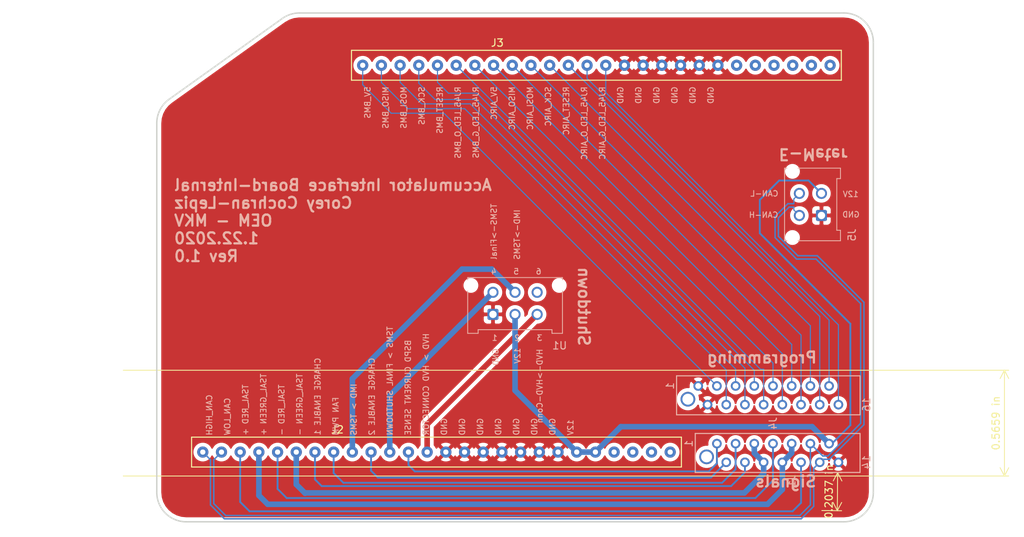
<source format=kicad_pcb>
(kicad_pcb (version 20171130) (host pcbnew 5.1.5-52549c5~84~ubuntu18.04.1)

  (general
    (thickness 1.6)
    (drawings 30)
    (tracks 159)
    (zones 0)
    (modules 7)
    (nets 41)
  )

  (page A4)
  (layers
    (0 F.Cu signal)
    (31 B.Cu signal)
    (32 B.Adhes user)
    (33 F.Adhes user)
    (34 B.Paste user)
    (35 F.Paste user)
    (36 B.SilkS user)
    (37 F.SilkS user)
    (38 B.Mask user)
    (39 F.Mask user)
    (40 Dwgs.User user)
    (41 Cmts.User user)
    (42 Eco1.User user)
    (43 Eco2.User user)
    (44 Edge.Cuts user)
    (45 Margin user)
    (46 B.CrtYd user)
    (47 F.CrtYd user)
    (48 B.Fab user)
    (49 F.Fab user)
  )

  (setup
    (last_trace_width 0.1524)
    (user_trace_width 0.254)
    (user_trace_width 0.762)
    (trace_clearance 0.1524)
    (zone_clearance 0.508)
    (zone_45_only no)
    (trace_min 0.1524)
    (via_size 0.6096)
    (via_drill 0.3048)
    (via_min_size 0.6096)
    (via_min_drill 0.3048)
    (uvia_size 0.3)
    (uvia_drill 0.1)
    (uvias_allowed no)
    (uvia_min_size 0.2)
    (uvia_min_drill 0.1)
    (edge_width 0.05)
    (segment_width 0.2)
    (pcb_text_width 0.3)
    (pcb_text_size 1.5 1.5)
    (mod_edge_width 0.12)
    (mod_text_size 1 1)
    (mod_text_width 0.15)
    (pad_size 1.524 1.524)
    (pad_drill 0.762)
    (pad_to_mask_clearance 0.051)
    (solder_mask_min_width 0.25)
    (aux_axis_origin 0 0)
    (visible_elements FFFFFF7F)
    (pcbplotparams
      (layerselection 0x010fc_ffffffff)
      (usegerberextensions false)
      (usegerberattributes false)
      (usegerberadvancedattributes false)
      (creategerberjobfile false)
      (excludeedgelayer true)
      (linewidth 0.100000)
      (plotframeref false)
      (viasonmask false)
      (mode 1)
      (useauxorigin false)
      (hpglpennumber 1)
      (hpglpenspeed 20)
      (hpglpendiameter 15.000000)
      (psnegative false)
      (psa4output false)
      (plotreference true)
      (plotvalue true)
      (plotinvisibletext false)
      (padsonsilk false)
      (subtractmaskfromsilk false)
      (outputformat 1)
      (mirror false)
      (drillshape 1)
      (scaleselection 1)
      (outputdirectory ""))
  )

  (net 0 "")
  (net 1 /GND)
  (net 2 /TSAL-Red-Pos)
  (net 3 /TSAL-Red-Neg)
  (net 4 /ChargeEnable1)
  (net 5 /ChargeEnable2)
  (net 6 /12V)
  (net 7 /TSAL-Green-Pos)
  (net 8 /FAN-PWM)
  (net 9 /TSAL-Green-Neg)
  (net 10 /TSMS->FinalShutdown)
  (net 11 /IMD->TSMS)
  (net 12 /BSDP-Current-Sense)
  (net 13 /HVD->HVD-Connector)
  (net 14 "Net-(J2-Pad24)")
  (net 15 "Net-(J2-Pad23)")
  (net 16 "Net-(J2-Pad25)")
  (net 17 "Net-(J2-Pad26)")
  (net 18 "Net-(J3-Pad21)")
  (net 19 "Net-(J3-Pad26)")
  (net 20 "Net-(J3-Pad25)")
  (net 21 "Net-(J3-Pad23)")
  (net 22 "Net-(J3-Pad22)")
  (net 23 "Net-(J3-Pad24)")
  (net 24 /RESET_AIRC)
  (net 25 /LED_G_AIRC)
  (net 26 /SCK_AIRC)
  (net 27 /LED_O_AIRC)
  (net 28 /LED_G_BMS)
  (net 29 /MISO_AIRC)
  (net 30 /LED_O_BMS)
  (net 31 /MOSI_AIRC)
  (net 32 /5V_AIRC)
  (net 33 /RESET_BMS)
  (net 34 /SCK_BMS)
  (net 35 /MOSI_BMS)
  (net 36 /MISO_BMS)
  (net 37 /5V_BMS)
  (net 38 "Net-(U1-Pad6)")
  (net 39 /CAN_N)
  (net 40 /CAN_P)

  (net_class Default "This is the default net class."
    (clearance 0.1524)
    (trace_width 0.1524)
    (via_dia 0.6096)
    (via_drill 0.3048)
    (uvia_dia 0.3)
    (uvia_drill 0.1)
    (add_net /12V)
    (add_net /5V_AIRC)
    (add_net /5V_BMS)
    (add_net /BSDP-Current-Sense)
    (add_net /CAN_N)
    (add_net /CAN_P)
    (add_net /ChargeEnable1)
    (add_net /ChargeEnable2)
    (add_net /FAN-PWM)
    (add_net /GND)
    (add_net /HVD->HVD-Connector)
    (add_net /IMD->TSMS)
    (add_net /LED_G_AIRC)
    (add_net /LED_G_BMS)
    (add_net /LED_O_AIRC)
    (add_net /LED_O_BMS)
    (add_net /MISO_AIRC)
    (add_net /MISO_BMS)
    (add_net /MOSI_AIRC)
    (add_net /MOSI_BMS)
    (add_net /RESET_AIRC)
    (add_net /RESET_BMS)
    (add_net /SCK_AIRC)
    (add_net /SCK_BMS)
    (add_net /TSAL-Green-Neg)
    (add_net /TSAL-Green-Pos)
    (add_net /TSAL-Red-Neg)
    (add_net /TSAL-Red-Pos)
    (add_net /TSMS->FinalShutdown)
    (add_net "Net-(J2-Pad23)")
    (add_net "Net-(J2-Pad24)")
    (add_net "Net-(J2-Pad25)")
    (add_net "Net-(J2-Pad26)")
    (add_net "Net-(J3-Pad21)")
    (add_net "Net-(J3-Pad22)")
    (add_net "Net-(J3-Pad23)")
    (add_net "Net-(J3-Pad24)")
    (add_net "Net-(J3-Pad25)")
    (add_net "Net-(J3-Pad26)")
    (add_net "Net-(U1-Pad6)")
  )

  (module footprints:micromatch_female_vert_16 (layer B.Cu) (tedit 5C8FD6E4) (tstamp 5E29F74F)
    (at 164.91 109.41 270)
    (path /5E1F7DD3)
    (fp_text reference J4 (at 5.08 -5.08 270) (layer B.SilkS)
      (effects (font (size 1 1) (thickness 0.15)) (justify mirror))
    )
    (fp_text value MM_F_VT_16 (at 6.35 0) (layer B.Fab) hide
      (effects (font (size 1 1) (thickness 0.15)) (justify mirror))
    )
    (fp_text user 16 (at 2.54 -17.78 270) (layer B.SilkS)
      (effects (font (size 1 1) (thickness 0.15)) (justify mirror))
    )
    (fp_text user 1 (at 0 8.89 270) (layer B.SilkS)
      (effects (font (size 1 1) (thickness 0.15)) (justify mirror))
    )
    (fp_line (start -1.38 -16.91) (end 3.92 -16.91) (layer B.SilkS) (width 0.15))
    (fp_line (start -1.38 8.02) (end 3.92 8.02) (layer B.SilkS) (width 0.15))
    (fp_line (start -1.38 -16.91) (end -1.38 8.02) (layer B.SilkS) (width 0.15))
    (fp_line (start 3.92 -16.91) (end 3.92 8.02) (layer B.SilkS) (width 0.15))
    (pad 5 thru_hole circle (at 0 0 270) (size 1.3 1.3) (drill 0.8) (layers *.Cu *.Mask)
      (net 35 /MOSI_BMS))
    (pad 3 thru_hole circle (at 0 2.54 270) (size 1.3 1.3) (drill 0.8) (layers *.Cu *.Mask)
      (net 37 /5V_BMS))
    (pad 1 thru_hole circle (at 0 5.08 270) (size 1.3 1.3) (drill 0.8) (layers *.Cu *.Mask)
      (net 1 /GND))
    (pad 7 thru_hole circle (at 0 -2.54 270) (size 1.3 1.3) (drill 0.8) (layers *.Cu *.Mask)
      (net 33 /RESET_BMS))
    (pad 2 thru_hole circle (at 2.54 3.81 270) (size 1.3 1.3) (drill 0.8) (layers *.Cu *.Mask)
      (net 1 /GND))
    (pad 4 thru_hole circle (at 2.54 1.27 270) (size 1.3 1.3) (drill 0.8) (layers *.Cu *.Mask)
      (net 36 /MISO_BMS))
    (pad 6 thru_hole circle (at 2.54 -1.27 270) (size 1.3 1.3) (drill 0.8) (layers *.Cu *.Mask)
      (net 34 /SCK_BMS))
    (pad 8 thru_hole circle (at 2.54 -3.81 270) (size 1.3 1.3) (drill 0.8) (layers *.Cu *.Mask)
      (net 30 /LED_O_BMS))
    (pad 9 thru_hole circle (at 0 -5.08 270) (size 1.3 1.3) (drill 0.8) (layers *.Cu *.Mask)
      (net 28 /LED_G_BMS))
    (pad 10 thru_hole circle (at 2.54 -6.35 270) (size 1.3 1.3) (drill 0.8) (layers *.Cu *.Mask)
      (net 32 /5V_AIRC))
    (pad 11 thru_hole circle (at 0 -7.62 270) (size 1.3 1.3) (drill 0.8) (layers *.Cu *.Mask)
      (net 29 /MISO_AIRC))
    (pad 12 thru_hole circle (at 2.54 -8.89 270) (size 1.3 1.3) (drill 0.8) (layers *.Cu *.Mask)
      (net 31 /MOSI_AIRC))
    (pad 13 thru_hole circle (at 0 -10.16 270) (size 1.3 1.3) (drill 0.8) (layers *.Cu *.Mask)
      (net 26 /SCK_AIRC))
    (pad 14 thru_hole circle (at 2.54 -11.43 270) (size 1.3 1.3) (drill 0.8) (layers *.Cu *.Mask)
      (net 24 /RESET_AIRC))
    (pad 15 thru_hole circle (at 0 -12.7 270) (size 1.3 1.3) (drill 0.8) (layers *.Cu *.Mask)
      (net 27 /LED_O_AIRC))
    (pad 16 thru_hole circle (at 2.54 -13.97 270) (size 1.3 1.3) (drill 0.8) (layers *.Cu *.Mask)
      (net 25 /LED_G_AIRC))
    (pad 17 thru_hole circle (at 1.8 6.48 270) (size 2 2) (drill 1.5) (layers *.Cu *.Mask))
    (model ${LOCAL_DIR}/OEM_Preferred_Parts/3DModels/micromatch_female_vert_16/c-1-338068-6-f-3d.stp
      (offset (xyz 1.3 -4.5 3.6))
      (scale (xyz 1 1 1))
      (rotate (xyz 0 0 90))
    )
  )

  (module footprints:micromatch_female_vert_14 (layer B.Cu) (tedit 5A772939) (tstamp 5E29F705)
    (at 167.45 117.25 270)
    (path /5E1EB3D3)
    (fp_text reference J1 (at 5.08 -5.08 270) (layer B.SilkS)
      (effects (font (size 1 1) (thickness 0.15)) (justify mirror))
    )
    (fp_text value MM_F_VT_14 (at 6.35 0) (layer B.Fab) hide
      (effects (font (size 1 1) (thickness 0.15)) (justify mirror))
    )
    (fp_text user 14 (at 2.54 -15.24 270) (layer B.SilkS)
      (effects (font (size 1 1) (thickness 0.15)) (justify mirror))
    )
    (fp_text user 1 (at 0 8.89 270) (layer B.SilkS)
      (effects (font (size 1 1) (thickness 0.15)) (justify mirror))
    )
    (fp_line (start -1.38 -14.37) (end 3.92 -14.37) (layer B.SilkS) (width 0.15))
    (fp_line (start -1.38 8.02) (end 3.92 8.02) (layer B.SilkS) (width 0.15))
    (fp_line (start -1.38 -14.37) (end -1.38 8.02) (layer B.SilkS) (width 0.15))
    (fp_line (start 3.92 -14.37) (end 3.92 8.02) (layer B.SilkS) (width 0.15))
    (pad 5 thru_hole circle (at 0 0 270) (size 1.3 1.3) (drill 0.8) (layers *.Cu *.Mask)
      (net 9 /TSAL-Green-Neg))
    (pad 3 thru_hole circle (at 0 2.54 270) (size 1.3 1.3) (drill 0.8) (layers *.Cu *.Mask)
      (net 8 /FAN-PWM))
    (pad 1 thru_hole circle (at 0 5.08 270) (size 1.3 1.3) (drill 0.8) (layers *.Cu *.Mask)
      (net 12 /BSDP-Current-Sense))
    (pad 7 thru_hole circle (at 0 -2.54 270) (size 1.3 1.3) (drill 0.8) (layers *.Cu *.Mask)
      (net 3 /TSAL-Red-Neg))
    (pad 2 thru_hole circle (at 2.54 3.81 270) (size 1.3 1.3) (drill 0.8) (layers *.Cu *.Mask)
      (net 5 /ChargeEnable2))
    (pad 4 thru_hole circle (at 2.54 1.27 270) (size 1.3 1.3) (drill 0.8) (layers *.Cu *.Mask)
      (net 4 /ChargeEnable1))
    (pad 6 thru_hole circle (at 2.54 -1.27 270) (size 1.3 1.3) (drill 0.8) (layers *.Cu *.Mask)
      (net 9 /TSAL-Green-Neg))
    (pad 8 thru_hole circle (at 2.54 -3.81 270) (size 1.3 1.3) (drill 0.8) (layers *.Cu *.Mask)
      (net 7 /TSAL-Green-Pos))
    (pad 9 thru_hole circle (at 0 -5.08 270) (size 1.3 1.3) (drill 0.8) (layers *.Cu *.Mask)
      (net 7 /TSAL-Green-Pos))
    (pad 10 thru_hole circle (at 2.54 -6.35 270) (size 1.3 1.3) (drill 0.8) (layers *.Cu *.Mask)
      (net 2 /TSAL-Red-Pos))
    (pad 11 thru_hole circle (at 0 -7.62 270) (size 1.3 1.3) (drill 0.8) (layers *.Cu *.Mask)
      (net 39 /CAN_N))
    (pad 12 thru_hole circle (at 2.54 -8.89 270) (size 1.3 1.3) (drill 0.8) (layers *.Cu *.Mask)
      (net 40 /CAN_P))
    (pad 13 thru_hole circle (at 0 -10.16 270) (size 1.3 1.3) (drill 0.8) (layers *.Cu *.Mask)
      (net 6 /12V))
    (pad 14 thru_hole circle (at 2.54 -11.43 270) (size 1.3 1.3) (drill 0.8) (layers *.Cu *.Mask)
      (net 1 /GND))
    (pad 15 thru_hole circle (at 1.8 6.48 270) (size 2 2) (drill 1.5) (layers *.Cu *.Mask))
  )

  (module footprints:MicroFit_VT_6 (layer B.Cu) (tedit 5E1EA046) (tstamp 5E29F114)
    (at 131.95 99.675)
    (descr "Molex Micro-Fit 3.0 Connector System, 43045-0612 (compatible alternatives: 43045-0613, 43045-0624), 3 Pins per row (http://www.molex.com/pdm_docs/sd/430450212_sd.pdf), generated with kicad-footprint-generator")
    (tags "connector Molex Micro-Fit_3.0 side entry")
    (path /5E1FDFE4)
    (fp_text reference U1 (at 9.05 4.25) (layer B.SilkS)
      (effects (font (size 1 1) (thickness 0.15)) (justify mirror))
    )
    (fp_text value MicroFit_VT_6 (at 3 -7.5) (layer B.Fab)
      (effects (font (size 1 1) (thickness 0.15)) (justify mirror))
    )
    (fp_line (start -2.125 1.97) (end -2.125 2.47) (layer B.Fab) (width 0.1))
    (fp_line (start -2.125 2.47) (end -3.325 2.47) (layer B.Fab) (width 0.1))
    (fp_line (start -3.325 2.47) (end -3.325 -4.9) (layer B.Fab) (width 0.1))
    (fp_line (start -3.325 -4.9) (end 9.325 -4.9) (layer B.Fab) (width 0.1))
    (fp_line (start 9.325 -4.9) (end 9.325 2.47) (layer B.Fab) (width 0.1))
    (fp_line (start 9.325 2.47) (end 8.125 2.47) (layer B.Fab) (width 0.1))
    (fp_line (start 8.125 2.47) (end 8.125 1.97) (layer B.Fab) (width 0.1))
    (fp_line (start 8.125 1.97) (end -2.125 1.97) (layer B.Fab) (width 0.1))
    (fp_line (start -3.325 1.34) (end -2.125 1.97) (layer B.Fab) (width 0.1))
    (fp_line (start 9.325 1.34) (end 8.125 1.97) (layer B.Fab) (width 0.1))
    (fp_line (start 2.3 -4.9) (end 2.3 -6.3) (layer B.Fab) (width 0.1))
    (fp_line (start 2.3 -6.3) (end 3.7 -6.3) (layer B.Fab) (width 0.1))
    (fp_line (start 3.7 -6.3) (end 3.7 -4.9) (layer B.Fab) (width 0.1))
    (fp_line (start -0.5 1.97) (end 0 1.262893) (layer B.Fab) (width 0.1))
    (fp_line (start 0 1.262893) (end 0.5 1.97) (layer B.Fab) (width 0.1))
    (fp_line (start -3.435 -4.7) (end -3.435 -5.01) (layer B.SilkS) (width 0.12))
    (fp_line (start -3.435 -5.01) (end 9.435 -5.01) (layer B.SilkS) (width 0.12))
    (fp_line (start 9.435 -5.01) (end 9.435 -4.7) (layer B.SilkS) (width 0.12))
    (fp_line (start -3.435 -3.18) (end -3.435 2.58) (layer B.SilkS) (width 0.12))
    (fp_line (start -3.435 2.58) (end -2.015 2.58) (layer B.SilkS) (width 0.12))
    (fp_line (start -2.015 2.58) (end -2.015 2.08) (layer B.SilkS) (width 0.12))
    (fp_line (start -2.015 2.08) (end 8.015 2.08) (layer B.SilkS) (width 0.12))
    (fp_line (start 8.015 2.08) (end 8.015 2.58) (layer B.SilkS) (width 0.12))
    (fp_line (start 8.015 2.58) (end 9.435 2.58) (layer B.SilkS) (width 0.12))
    (fp_line (start 9.435 2.58) (end 9.435 -3.18) (layer B.SilkS) (width 0.12))
    (fp_line (start -3.82 2.97) (end 9.82 2.97) (layer B.CrtYd) (width 0.05))
    (fp_line (start 9.82 2.97) (end 9.82 -6.8) (layer B.CrtYd) (width 0.05))
    (fp_line (start 9.82 -6.8) (end -3.82 -6.8) (layer B.CrtYd) (width 0.05))
    (fp_line (start -3.82 -6.8) (end -3.82 2.97) (layer B.CrtYd) (width 0.05))
    (fp_text user %R (at 3 -4.2) (layer B.Fab)
      (effects (font (size 1 1) (thickness 0.15)) (justify mirror))
    )
    (pad "" np_thru_hole circle (at -3 -3.94) (size 1 1) (drill 1) (layers *.Cu *.Mask))
    (pad "" np_thru_hole circle (at 9 -3.94) (size 1 1) (drill 1) (layers *.Cu *.Mask))
    (pad 1 thru_hole roundrect (at 0 0) (size 1.5 1.5) (drill 1) (layers *.Cu *.Mask) (roundrect_rratio 0.166667)
      (net 1 /GND))
    (pad 2 thru_hole circle (at 3 0) (size 1.5 1.5) (drill 1) (layers *.Cu *.Mask)
      (net 6 /12V))
    (pad 3 thru_hole circle (at 6 0) (size 1.5 1.5) (drill 1) (layers *.Cu *.Mask)
      (net 13 /HVD->HVD-Connector))
    (pad 4 thru_hole circle (at 0 -3) (size 1.5 1.5) (drill 1) (layers *.Cu *.Mask)
      (net 10 /TSMS->FinalShutdown))
    (pad 5 thru_hole circle (at 3 -3) (size 1.5 1.5) (drill 1) (layers *.Cu *.Mask)
      (net 11 /IMD->TSMS))
    (pad 6 thru_hole circle (at 6 -3) (size 1.5 1.5) (drill 1) (layers *.Cu *.Mask)
      (net 38 "Net-(U1-Pad6)"))
    (model ${LOCAL_DIR}/OEM_Preferred_Parts/3DModels/MicroFit_VT_6/MicroFit_VT_6.stp
      (offset (xyz 3 -1.5 5))
      (scale (xyz 1 1 1))
      (rotate (xyz 0 0 180))
    )
    (model ${LOCAL_DIR}/OEM_Preferred_Parts/3DModels/MicroFit_VT_6/MicroFit_6_OtherSide.stp
      (offset (xyz 3 -1.5 20.5))
      (scale (xyz 1 1 1))
      (rotate (xyz 90 0 0))
    )
  )

  (module footprints:OLIN_O (layer B.Cu) (tedit 5E28B30E) (tstamp 5E291720)
    (at 195.75 75.875)
    (tags "Olin O logo")
    (fp_text reference G*** (at 5.08 5.08) (layer B.SilkS) hide
      (effects (font (size 1.524 1.524) (thickness 0.3)) (justify mirror))
    )
    (fp_text value "" (at 5.08 7.62) (layer B.SilkS) hide
      (effects (font (size 1.524 1.524) (thickness 0.3)) (justify mirror))
    )
    (fp_poly (pts (xy 0.78907 2.933726) (xy 0.297169 2.603291) (xy -0.249654 2.169905) (xy -0.811 1.670573)
      (xy -1.346471 1.1423) (xy -1.815667 0.622091) (xy -2.036037 0.345931) (xy -2.493304 -0.320664)
      (xy -2.866143 -0.986545) (xy -3.148527 -1.632052) (xy -3.33443 -2.237523) (xy -3.417825 -2.783297)
      (xy -3.392687 -3.249711) (xy -3.252989 -3.617104) (xy -3.251451 -3.6195) (xy -3.169272 -3.757194)
      (xy -3.151881 -3.805837) (xy -3.238357 -3.784085) (xy -3.451232 -3.729169) (xy -3.753084 -3.650766)
      (xy -3.937 -3.602827) (xy -4.929803 -3.301284) (xy -5.762117 -2.955854) (xy -6.437575 -2.564339)
      (xy -6.959808 -2.124543) (xy -7.332449 -1.634266) (xy -7.40086 -1.507176) (xy -7.582592 -0.976433)
      (xy -7.604253 -0.451032) (xy -7.475103 0.063274) (xy -7.204403 0.560731) (xy -6.801416 1.035585)
      (xy -6.275401 1.482082) (xy -5.63562 1.894469) (xy -4.891334 2.266991) (xy -4.051805 2.593894)
      (xy -3.126293 2.869426) (xy -2.12406 3.087831) (xy -1.054367 3.243355) (xy 0.073526 3.330246)
      (xy 0.403482 3.341618) (xy 1.526631 3.369785) (xy 0.78907 2.933726)) (layer B.Mask) (width 0.01))
    (fp_poly (pts (xy 3.442983 3.189143) (xy 3.593457 3.149129) (xy 3.859628 3.080824) (xy 4.192829 2.996675)
      (xy 4.318 2.965353) (xy 4.950523 2.771412) (xy 5.589166 2.511366) (xy 6.187709 2.208074)
      (xy 6.699928 1.884399) (xy 7.006464 1.635631) (xy 7.427728 1.15255) (xy 7.68721 0.655705)
      (xy 7.791208 0.151883) (xy 7.746021 -0.352128) (xy 7.557949 -0.849541) (xy 7.23329 -1.333569)
      (xy 6.778343 -1.797426) (xy 6.199408 -2.234324) (xy 5.502783 -2.637476) (xy 4.694767 -3.000096)
      (xy 3.78166 -3.315395) (xy 2.769759 -3.576588) (xy 2.037525 -3.718298) (xy 1.579989 -3.791873)
      (xy 1.263227 -3.832252) (xy 1.062288 -3.841026) (xy 0.952225 -3.819783) (xy 0.916988 -3.789688)
      (xy 0.858074 -3.735928) (xy 0.847963 -3.779733) (xy 0.766319 -3.839404) (xy 0.537525 -3.878973)
      (xy 0.3175 -3.891838) (xy -0.049381 -3.903054) (xy -0.420533 -3.915266) (xy -0.613858 -3.922106)
      (xy -0.848176 -3.919314) (xy -0.993137 -3.895498) (xy -1.016025 -3.876157) (xy -1.081706 -3.846379)
      (xy -1.164166 -3.861997) (xy -1.171663 -3.848862) (xy -1.054877 -3.771153) (xy -0.838402 -3.644985)
      (xy -0.801282 -3.624227) (xy -0.008948 -3.11414) (xy 0.773964 -2.467576) (xy 1.356472 -1.894766)
      (xy 2.033545 -1.129263) (xy 2.578075 -0.383663) (xy 3.016751 0.379744) (xy 3.126149 0.605915)
      (xy 3.414204 1.311966) (xy 3.572957 1.91735) (xy 3.603305 2.429665) (xy 3.50615 2.856508)
      (xy 3.413505 3.034819) (xy 3.334494 3.173405) (xy 3.358577 3.208225) (xy 3.442983 3.189143)) (layer B.Mask) (width 0.01))
  )

  (module footprints:26pos_screwsocket_.1in (layer F.Cu) (tedit 5C9A4FB4) (tstamp 5E28A27F)
    (at 92.525 118.4)
    (path /5DEA511A)
    (fp_text reference J2 (at 18.288 -3.048 180) (layer F.SilkS)
      (effects (font (size 1 1) (thickness 0.15)))
    )
    (fp_text value SS-126-G-2 (at 7.112 -3.556) (layer F.Fab)
      (effects (font (size 1 1) (thickness 0.15)))
    )
    (fp_line (start -1.524 -2.032) (end -1.524 2.032) (layer F.SilkS) (width 0.15))
    (fp_line (start -1.524 2.032) (end 65.024 2.032) (layer F.SilkS) (width 0.15))
    (fp_line (start 65.024 -2.032) (end -1.524 -2.032) (layer F.SilkS) (width 0.15))
    (fp_line (start 65.024 -2.032) (end 65.024 2.032) (layer F.SilkS) (width 0.15))
    (pad 1 thru_hole circle (at 0 0) (size 1.524 1.524) (drill 0.71) (layers *.Cu *.Mask)
      (net 40 /CAN_P))
    (pad 2 thru_hole circle (at 2.54 0) (size 1.524 1.524) (drill 0.71) (layers *.Cu *.Mask)
      (net 39 /CAN_N))
    (pad 3 thru_hole circle (at 5.08 0) (size 1.524 1.524) (drill 0.71) (layers *.Cu *.Mask)
      (net 2 /TSAL-Red-Pos))
    (pad 4 thru_hole circle (at 7.62 0) (size 1.524 1.524) (drill 0.71) (layers *.Cu *.Mask)
      (net 7 /TSAL-Green-Pos))
    (pad 5 thru_hole circle (at 10.16 0) (size 1.524 1.524) (drill 0.71) (layers *.Cu *.Mask)
      (net 3 /TSAL-Red-Neg))
    (pad 8 thru_hole circle (at 17.78 0 90) (size 1.524 1.524) (drill 0.71) (layers *.Cu *.Mask)
      (net 8 /FAN-PWM))
    (pad 10 thru_hole circle (at 22.86 0) (size 1.524 1.524) (drill 0.71) (layers *.Cu *.Mask)
      (net 5 /ChargeEnable2))
    (pad 6 thru_hole circle (at 12.7 0) (size 1.524 1.524) (drill 0.71) (layers *.Cu *.Mask)
      (net 9 /TSAL-Green-Neg))
    (pad 9 thru_hole circle (at 20.32 0) (size 1.524 1.524) (drill 0.71) (layers *.Cu *.Mask)
      (net 11 /IMD->TSMS))
    (pad 7 thru_hole circle (at 15.24 0) (size 1.524 1.524) (drill 0.71) (layers *.Cu *.Mask)
      (net 4 /ChargeEnable1))
    (pad 19 thru_hole circle (at 45.72 0) (size 1.524 1.524) (drill 0.71) (layers *.Cu *.Mask)
      (net 1 /GND))
    (pad 13 thru_hole circle (at 30.48 0) (size 1.524 1.524) (drill 0.71) (layers *.Cu *.Mask)
      (net 13 /HVD->HVD-Connector))
    (pad 20 thru_hole circle (at 48.26 0) (size 1.524 1.524) (drill 0.71) (layers *.Cu *.Mask)
      (net 1 /GND))
    (pad 15 thru_hole circle (at 35.56 0) (size 1.524 1.524) (drill 0.71) (layers *.Cu *.Mask)
      (net 1 /GND))
    (pad 11 thru_hole circle (at 25.4 0) (size 1.524 1.524) (drill 0.71) (layers *.Cu *.Mask)
      (net 10 /TSMS->FinalShutdown))
    (pad 16 thru_hole circle (at 38.1 0) (size 1.524 1.524) (drill 0.71) (layers *.Cu *.Mask)
      (net 1 /GND))
    (pad 17 thru_hole circle (at 40.64 0) (size 1.524 1.524) (drill 0.71) (layers *.Cu *.Mask)
      (net 1 /GND))
    (pad 18 thru_hole circle (at 43.18 0 90) (size 1.524 1.524) (drill 0.71) (layers *.Cu *.Mask)
      (net 1 /GND))
    (pad 14 thru_hole circle (at 33.02 0) (size 1.524 1.524) (drill 0.71) (layers *.Cu *.Mask)
      (net 1 /GND))
    (pad 12 thru_hole circle (at 27.94 0) (size 1.524 1.524) (drill 0.71) (layers *.Cu *.Mask)
      (net 12 /BSDP-Current-Sense))
    (pad 24 thru_hole circle (at 58.42 0 90) (size 1.524 1.524) (drill 0.71) (layers *.Cu *.Mask)
      (net 14 "Net-(J2-Pad24)"))
    (pad 22 thru_hole circle (at 53.34 0) (size 1.524 1.524) (drill 0.71) (layers *.Cu *.Mask)
      (net 6 /12V))
    (pad 23 thru_hole circle (at 55.88 0) (size 1.524 1.524) (drill 0.71) (layers *.Cu *.Mask)
      (net 15 "Net-(J2-Pad23)"))
    (pad 25 thru_hole circle (at 60.96 0) (size 1.524 1.524) (drill 0.71) (layers *.Cu *.Mask)
      (net 16 "Net-(J2-Pad25)"))
    (pad 26 thru_hole circle (at 63.5 0) (size 1.524 1.524) (drill 0.71) (layers *.Cu *.Mask)
      (net 17 "Net-(J2-Pad26)"))
    (pad 21 thru_hole circle (at 50.8 0) (size 1.524 1.524) (drill 0.71) (layers *.Cu *.Mask)
      (net 6 /12V))
    (model ${LOCAL_DIR}/OEM_Preferred_Parts/3DModels/SS-126-G-2/SS-126-G-2.stp
      (offset (xyz 31.75 0 0))
      (scale (xyz 1 1 1))
      (rotate (xyz -90 0 0))
    )
  )

  (module footprints:26pos_screwsocket_.1in (layer F.Cu) (tedit 5C9A4FB4) (tstamp 5E28A196)
    (at 114.25 65.8)
    (path /5DEA59DD)
    (fp_text reference J3 (at 18.288 -3.048 180) (layer F.SilkS)
      (effects (font (size 1 1) (thickness 0.15)))
    )
    (fp_text value BBS-126-G-A (at 7.112 -3.556) (layer F.Fab)
      (effects (font (size 1 1) (thickness 0.15)))
    )
    (fp_line (start -1.524 -2.032) (end -1.524 2.032) (layer F.SilkS) (width 0.15))
    (fp_line (start -1.524 2.032) (end 65.024 2.032) (layer F.SilkS) (width 0.15))
    (fp_line (start 65.024 -2.032) (end -1.524 -2.032) (layer F.SilkS) (width 0.15))
    (fp_line (start 65.024 -2.032) (end 65.024 2.032) (layer F.SilkS) (width 0.15))
    (pad 1 thru_hole circle (at 0 0) (size 1.524 1.524) (drill 0.71) (layers *.Cu *.Mask)
      (net 37 /5V_BMS))
    (pad 2 thru_hole circle (at 2.54 0) (size 1.524 1.524) (drill 0.71) (layers *.Cu *.Mask)
      (net 36 /MISO_BMS))
    (pad 3 thru_hole circle (at 5.08 0) (size 1.524 1.524) (drill 0.71) (layers *.Cu *.Mask)
      (net 35 /MOSI_BMS))
    (pad 4 thru_hole circle (at 7.62 0) (size 1.524 1.524) (drill 0.71) (layers *.Cu *.Mask)
      (net 34 /SCK_BMS))
    (pad 5 thru_hole circle (at 10.16 0) (size 1.524 1.524) (drill 0.71) (layers *.Cu *.Mask)
      (net 33 /RESET_BMS))
    (pad 8 thru_hole circle (at 17.78 0 90) (size 1.524 1.524) (drill 0.71) (layers *.Cu *.Mask)
      (net 32 /5V_AIRC))
    (pad 10 thru_hole circle (at 22.86 0) (size 1.524 1.524) (drill 0.71) (layers *.Cu *.Mask)
      (net 31 /MOSI_AIRC))
    (pad 6 thru_hole circle (at 12.7 0) (size 1.524 1.524) (drill 0.71) (layers *.Cu *.Mask)
      (net 30 /LED_O_BMS))
    (pad 9 thru_hole circle (at 20.32 0) (size 1.524 1.524) (drill 0.71) (layers *.Cu *.Mask)
      (net 29 /MISO_AIRC))
    (pad 7 thru_hole circle (at 15.24 0) (size 1.524 1.524) (drill 0.71) (layers *.Cu *.Mask)
      (net 28 /LED_G_BMS))
    (pad 19 thru_hole circle (at 45.72 0) (size 1.524 1.524) (drill 0.71) (layers *.Cu *.Mask)
      (net 1 /GND))
    (pad 13 thru_hole circle (at 30.48 0) (size 1.524 1.524) (drill 0.71) (layers *.Cu *.Mask)
      (net 27 /LED_O_AIRC))
    (pad 20 thru_hole circle (at 48.26 0) (size 1.524 1.524) (drill 0.71) (layers *.Cu *.Mask)
      (net 1 /GND))
    (pad 15 thru_hole circle (at 35.56 0) (size 1.524 1.524) (drill 0.71) (layers *.Cu *.Mask)
      (net 1 /GND))
    (pad 11 thru_hole circle (at 25.4 0) (size 1.524 1.524) (drill 0.71) (layers *.Cu *.Mask)
      (net 26 /SCK_AIRC))
    (pad 16 thru_hole circle (at 38.1 0) (size 1.524 1.524) (drill 0.71) (layers *.Cu *.Mask)
      (net 1 /GND))
    (pad 17 thru_hole circle (at 40.64 0) (size 1.524 1.524) (drill 0.71) (layers *.Cu *.Mask)
      (net 1 /GND))
    (pad 18 thru_hole circle (at 43.18 0 90) (size 1.524 1.524) (drill 0.71) (layers *.Cu *.Mask)
      (net 1 /GND))
    (pad 14 thru_hole circle (at 33.02 0) (size 1.524 1.524) (drill 0.71) (layers *.Cu *.Mask)
      (net 25 /LED_G_AIRC))
    (pad 12 thru_hole circle (at 27.94 0) (size 1.524 1.524) (drill 0.71) (layers *.Cu *.Mask)
      (net 24 /RESET_AIRC))
    (pad 24 thru_hole circle (at 58.42 0 90) (size 1.524 1.524) (drill 0.71) (layers *.Cu *.Mask)
      (net 23 "Net-(J3-Pad24)"))
    (pad 22 thru_hole circle (at 53.34 0) (size 1.524 1.524) (drill 0.71) (layers *.Cu *.Mask)
      (net 22 "Net-(J3-Pad22)"))
    (pad 23 thru_hole circle (at 55.88 0) (size 1.524 1.524) (drill 0.71) (layers *.Cu *.Mask)
      (net 21 "Net-(J3-Pad23)"))
    (pad 25 thru_hole circle (at 60.96 0) (size 1.524 1.524) (drill 0.71) (layers *.Cu *.Mask)
      (net 20 "Net-(J3-Pad25)"))
    (pad 26 thru_hole circle (at 63.5 0) (size 1.524 1.524) (drill 0.71) (layers *.Cu *.Mask)
      (net 19 "Net-(J3-Pad26)"))
    (pad 21 thru_hole circle (at 50.8 0) (size 1.524 1.524) (drill 0.71) (layers *.Cu *.Mask)
      (net 18 "Net-(J3-Pad21)"))
    (model ${LOCAL_DIR}/OEM_Preferred_Parts/3DModels/SS-126-G-2/SS-126-G-2.stp
      (offset (xyz 31.75 0 0))
      (scale (xyz 1 1 1))
      (rotate (xyz -90 0 0))
    )
  )

  (module footprints:MicroFit_VT_4 (layer B.Cu) (tedit 5E1EA004) (tstamp 5E2A356F)
    (at 176.575 86.225 90)
    (descr "Molex Micro-Fit 3.0 Connector System, 43045-0412 (compatible alternatives: 43045-0413, 43045-0424), 2 Pins per row (http://www.molex.com/pdm_docs/sd/430450212_sd.pdf), generated with kicad-footprint-generator")
    (tags "connector Molex Micro-Fit_3.0 side entry")
    (path /5E1FD8B5)
    (fp_text reference J5 (at -2.65 4.15 90) (layer B.SilkS)
      (effects (font (size 1 1) (thickness 0.15)) (justify mirror))
    )
    (fp_text value MicroFit_VT_4 (at 1.5 -7.5 90) (layer B.Fab)
      (effects (font (size 1 1) (thickness 0.15)) (justify mirror))
    )
    (fp_text user %R (at 1.5 -4.2 90) (layer B.Fab)
      (effects (font (size 1 1) (thickness 0.15)) (justify mirror))
    )
    (fp_line (start -3.82 -6.8) (end -3.82 2.97) (layer B.CrtYd) (width 0.05))
    (fp_line (start 6.82 -6.8) (end -3.82 -6.8) (layer B.CrtYd) (width 0.05))
    (fp_line (start 6.82 2.97) (end 6.82 -6.8) (layer B.CrtYd) (width 0.05))
    (fp_line (start -3.82 2.97) (end 6.82 2.97) (layer B.CrtYd) (width 0.05))
    (fp_line (start 6.435 2.58) (end 6.435 -3.18) (layer B.SilkS) (width 0.12))
    (fp_line (start 5.015 2.58) (end 6.435 2.58) (layer B.SilkS) (width 0.12))
    (fp_line (start 5.015 2.08) (end 5.015 2.58) (layer B.SilkS) (width 0.12))
    (fp_line (start -2.015 2.08) (end 5.015 2.08) (layer B.SilkS) (width 0.12))
    (fp_line (start -2.015 2.58) (end -2.015 2.08) (layer B.SilkS) (width 0.12))
    (fp_line (start -3.435 2.58) (end -2.015 2.58) (layer B.SilkS) (width 0.12))
    (fp_line (start -3.435 -3.18) (end -3.435 2.58) (layer B.SilkS) (width 0.12))
    (fp_line (start 6.435 -5.01) (end 6.435 -4.7) (layer B.SilkS) (width 0.12))
    (fp_line (start -3.435 -5.01) (end 6.435 -5.01) (layer B.SilkS) (width 0.12))
    (fp_line (start -3.435 -4.7) (end -3.435 -5.01) (layer B.SilkS) (width 0.12))
    (fp_line (start 0 1.262893) (end 0.5 1.97) (layer B.Fab) (width 0.1))
    (fp_line (start -0.5 1.97) (end 0 1.262893) (layer B.Fab) (width 0.1))
    (fp_line (start 2.2 -6.3) (end 2.2 -4.9) (layer B.Fab) (width 0.1))
    (fp_line (start 0.8 -6.3) (end 2.2 -6.3) (layer B.Fab) (width 0.1))
    (fp_line (start 0.8 -4.9) (end 0.8 -6.3) (layer B.Fab) (width 0.1))
    (fp_line (start 6.325 1.34) (end 5.125 1.97) (layer B.Fab) (width 0.1))
    (fp_line (start -3.325 1.34) (end -2.125 1.97) (layer B.Fab) (width 0.1))
    (fp_line (start 5.125 1.97) (end -2.125 1.97) (layer B.Fab) (width 0.1))
    (fp_line (start 5.125 2.47) (end 5.125 1.97) (layer B.Fab) (width 0.1))
    (fp_line (start 6.325 2.47) (end 5.125 2.47) (layer B.Fab) (width 0.1))
    (fp_line (start 6.325 -4.9) (end 6.325 2.47) (layer B.Fab) (width 0.1))
    (fp_line (start -3.325 -4.9) (end 6.325 -4.9) (layer B.Fab) (width 0.1))
    (fp_line (start -3.325 2.47) (end -3.325 -4.9) (layer B.Fab) (width 0.1))
    (fp_line (start -2.125 2.47) (end -3.325 2.47) (layer B.Fab) (width 0.1))
    (fp_line (start -2.125 1.97) (end -2.125 2.47) (layer B.Fab) (width 0.1))
    (pad 4 thru_hole circle (at 3 -3 90) (size 1.5 1.5) (drill 1) (layers *.Cu *.Mask)
      (net 39 /CAN_N))
    (pad 3 thru_hole circle (at 0 -3 90) (size 1.5 1.5) (drill 1) (layers *.Cu *.Mask)
      (net 40 /CAN_P))
    (pad 2 thru_hole circle (at 3 0 90) (size 1.5 1.5) (drill 1) (layers *.Cu *.Mask)
      (net 6 /12V))
    (pad 1 thru_hole roundrect (at 0 0 90) (size 1.5 1.5) (drill 1) (layers *.Cu *.Mask) (roundrect_rratio 0.166667)
      (net 1 /GND))
    (pad "" np_thru_hole circle (at 6 -3.94 90) (size 1 1) (drill 1) (layers *.Cu *.Mask))
    (pad "" np_thru_hole circle (at -3 -3.94 90) (size 1 1) (drill 1) (layers *.Cu *.Mask))
    (model ${LOCAL_DIR}/OEM_Preferred_Parts/3DModels/MicroFit_VT_4/MicroFit_VT_4.stp
      (offset (xyz 1.5 -1.5 5))
      (scale (xyz 1 1 1))
      (rotate (xyz 0 0 180))
    )
    (model ${LOCAL_DIR}/OEM_Preferred_Parts/3DModels/MicroFit_VT_4/MicroFit_4_OtherSide.stp
      (offset (xyz 1.5 -1.5 20.5))
      (scale (xyz 1 1 1))
      (rotate (xyz 90 0 0))
    )
  )

  (gr_arc (start 105.65695 62.690433) (end 105.65695 58.690433) (angle -35.54) (layer Edge.Cuts) (width 0.2))
  (gr_line (start 87.949916 70.423642) (end 103.331865 59.435594) (layer Edge.Cuts) (width 0.2))
  (gr_arc (start 90.275 73.678482) (end 87.949916 70.423642) (angle -54.46) (layer Edge.Cuts) (width 0.2))
  (gr_line (start 183.625 62.690433) (end 183.625 123.880433) (layer Edge.Cuts) (width 0.2))
  (gr_arc (start 179.625001 123.880433) (end 179.625001 127.880433) (angle -90) (layer Edge.Cuts) (width 0.2))
  (gr_arc (start 179.625001 62.690433) (end 183.625001 62.690433) (angle -90) (layer Edge.Cuts) (width 0.2))
  (gr_line (start 179.625001 127.880434) (end 90.275 127.880434) (layer Edge.Cuts) (width 0.2))
  (gr_line (start 86.275 73.678482) (end 86.275 123.880433) (layer Edge.Cuts) (width 0.2))
  (gr_line (start 105.65695 58.690434) (end 179.625001 58.690434) (layer Edge.Cuts) (width 0.2))
  (gr_arc (start 90.275 123.880433) (end 86.275 123.880433) (angle -90) (layer Edge.Cuts) (width 0.2))
  (dimension 14.375 (width 0.12) (layer F.SilkS) (tstamp 5E29F785)
    (gr_text "0.5659 in" (at 202.701268 114.4625 90) (layer F.SilkS) (tstamp 5E29F785)
      (effects (font (size 1 1) (thickness 0.15)))
    )
    (feature1 (pts (xy 81.725 107.275) (xy 202.017689 107.275)))
    (feature2 (pts (xy 81.725 121.65) (xy 202.017689 121.65)))
    (crossbar (pts (xy 201.431268 121.65) (xy 201.431268 107.275)))
    (arrow1a (pts (xy 201.431268 107.275) (xy 202.017689 108.401504)))
    (arrow1b (pts (xy 201.431268 107.275) (xy 200.844847 108.401504)))
    (arrow2a (pts (xy 201.431268 121.65) (xy 202.017689 120.523496)))
    (arrow2b (pts (xy 201.431268 121.65) (xy 200.844847 120.523496)))
  )
  (dimension 5.175242 (width 0.12) (layer F.SilkS)
    (gr_text "0.2037 in" (at 180.019986 123.79506 89.44643481) (layer F.SilkS)
      (effects (font (size 1 1) (thickness 0.15)))
    )
    (feature1 (pts (xy 176.625 126.35) (xy 179.311438 126.375956)))
    (feature2 (pts (xy 176.675 121.175) (xy 179.361438 121.200956)))
    (crossbar (pts (xy 178.775045 121.19529) (xy 178.725045 126.37029)))
    (arrow1a (pts (xy 178.725045 126.37029) (xy 178.149535 125.238173)))
    (arrow1b (pts (xy 178.725045 126.37029) (xy 179.322322 125.249504)))
    (arrow2a (pts (xy 178.775045 121.19529) (xy 178.177768 122.316076)))
    (arrow2b (pts (xy 178.775045 121.19529) (xy 179.350555 122.327407)))
  )
  (gr_text GND (at 181.825 86.1) (layer B.SilkS) (tstamp 5E2923DB)
    (effects (font (size 0.762 0.762) (thickness 0.127)) (justify left mirror))
  )
  (gr_text 12V (at 181.675 83.325) (layer B.SilkS) (tstamp 5E2923DA)
    (effects (font (size 0.762 0.762) (thickness 0.127)) (justify left mirror))
  )
  (gr_text CAN-H (at 166.65 86.15) (layer B.SilkS) (tstamp 5E2923D2)
    (effects (font (size 0.762 0.762) (thickness 0.127)) (justify right mirror))
  )
  (gr_text CAN-L (at 166.85 83.25) (layer B.SilkS) (tstamp 5E2923D1)
    (effects (font (size 0.762 0.762) (thickness 0.127)) (justify right mirror))
  )
  (gr_text HVD->HVD-Conn (at 138.3 104.3 90) (layer B.SilkS) (tstamp 5E292249)
    (effects (font (size 0.762 0.762) (thickness 0.127)) (justify left mirror))
  )
  (gr_text 12V (at 135.275 104.175 90) (layer B.SilkS) (tstamp 5E292243)
    (effects (font (size 0.762 0.762) (thickness 0.127)) (justify left mirror))
  )
  (gr_text GND (at 132.3 104.225 90) (layer B.SilkS) (tstamp 5E292215)
    (effects (font (size 0.762 0.762) (thickness 0.127)) (justify left mirror))
  )
  (gr_text TSMS->Final (at 132.075 92.3 90) (layer B.SilkS) (tstamp 5E29220B)
    (effects (font (size 0.762 0.762) (thickness 0.127)) (justify right mirror))
  )
  (gr_text IMD->TSMS (at 135.225 92.3 90) (layer B.SilkS) (tstamp 5E292202)
    (effects (font (size 0.762 0.762) (thickness 0.127)) (justify right mirror))
  )
  (gr_text "6    5    4" (at 135.1 93.85) (layer B.SilkS) (tstamp 5E28BFDF)
    (effects (font (size 0.762 0.762) (thickness 0.127)) (justify mirror))
  )
  (gr_text "3    2    1" (at 135.225 102.875) (layer B.SilkS)
    (effects (font (size 0.762 0.762) (thickness 0.127)) (justify mirror))
  )
  (gr_text "5V_BMS\n\nMISO_BMS\n\nMOSI_BMS\n\nSCK_BMS\n\nRESET_BMS\n\nRJ45_LED_O_BMS\n\nRJ45_LED_G_BMS\n\n5V_AIRC\n\nMISO_AIRC\n\nMOSI_AIRC\n\nSCK_AIRC\n\nRESET_AIRC\n\nRJ45_LED_O_AIRC\n\nRJ45_LED_G_AIRC\n\nGND\n\nGND\n\nGND\n\nGND\n\nGND\n\nGND\n" (at 138.225 68.625 90) (layer B.SilkS) (tstamp 5E28BCBB)
    (effects (font (size 0.762 0.762) (thickness 0.127)) (justify left mirror))
  )
  (gr_text "CAN_HIGH\n\nCAN_LOW\n\nTSAL_RED +\n\nTSAL_GREEN +\n\nTSAL_RED -\n\nTSAL_GREEN -\n\nCHARGE ENABLE 1\n\nFAN PWM\n\nIMD > TSMS\n\nCHARGE ENABLE 2\n\nTSMS > FINAL SHUTDOWN\n\nBSPD CURRENT SENSE\n\nHVD > HVD CONNECTOR\n\nGND\n\nGND\n\nGND\n\nGND\n\nGND\n\nGND\n\nGND\n\n12V" (at 117.95 116.2 90) (layer B.SilkS)
    (effects (font (size 0.762 0.762) (thickness 0.127)) (justify right mirror))
  )
  (gr_text "Accumulator Interface Board-Internal\nCorey Cochran-Lepiz\nOEM - MKV\n1.22.2020\nRev 1.0" (at 88.475 86.925) (layer B.SilkS)
    (effects (font (size 1.5 1.5) (thickness 0.3)) (justify right mirror))
  )
  (gr_text E-Meter (at 175.45 77.9 180) (layer B.SilkS) (tstamp 5E1F5CC9)
    (effects (font (size 1.5 1.5) (thickness 0.3)) (justify mirror))
  )
  (gr_text Shutdown (at 144.3 98.6 270) (layer B.SilkS) (tstamp 5E1F5CC6)
    (effects (font (size 1.5 1.5) (thickness 0.3)) (justify mirror))
  )
  (gr_text Signals (at 171.725 122.4) (layer B.SilkS) (tstamp 5E1F5CC2)
    (effects (font (size 1.5 1.5) (thickness 0.3)) (justify mirror))
  )
  (gr_text Programming (at 168.475 105.55) (layer B.SilkS)
    (effects (font (size 1.5 1.5) (thickness 0.3)) (justify mirror))
  )

  (segment (start 97.605 118.4) (end 97.605 125.18) (width 0.254) (layer B.Cu) (net 2) (status 10))
  (segment (start 97.605 125.18) (end 98.875 126.45) (width 0.254) (layer B.Cu) (net 2))
  (segment (start 98.875 126.45) (end 172.65 126.45) (width 0.254) (layer B.Cu) (net 2))
  (segment (start 173.8 125.3) (end 173.8 119.79) (width 0.254) (layer B.Cu) (net 2) (status 20))
  (segment (start 172.65 126.45) (end 173.8 125.3) (width 0.254) (layer B.Cu) (net 2))
  (segment (start 169.99 122.26) (end 169.99 117.25) (width 0.254) (layer B.Cu) (net 3) (status 20))
  (segment (start 103.925 124.65) (end 167.6 124.65) (width 0.254) (layer B.Cu) (net 3))
  (segment (start 167.6 124.65) (end 169.99 122.26) (width 0.254) (layer B.Cu) (net 3))
  (segment (start 102.685 118.4) (end 102.685 123.41) (width 0.254) (layer B.Cu) (net 3) (status 10))
  (segment (start 102.685 123.41) (end 103.925 124.65) (width 0.254) (layer B.Cu) (net 3))
  (segment (start 107.765 118.4) (end 107.765 122.115) (width 0.254) (layer B.Cu) (net 4) (status 10))
  (segment (start 107.765 122.115) (end 108.675 123.025) (width 0.254) (layer B.Cu) (net 4))
  (segment (start 108.675 123.025) (end 164.3 123.025) (width 0.254) (layer B.Cu) (net 4))
  (segment (start 166.18 121.145) (end 166.18 119.79) (width 0.254) (layer B.Cu) (net 4) (status 20))
  (segment (start 164.3 123.025) (end 166.18 121.145) (width 0.254) (layer B.Cu) (net 4))
  (segment (start 115.385 118.4) (end 115.385 120.935) (width 0.254) (layer B.Cu) (net 5) (status 10))
  (segment (start 115.385 120.935) (end 116.325 121.875) (width 0.254) (layer B.Cu) (net 5))
  (segment (start 161.555 121.875) (end 163.64 119.79) (width 0.254) (layer B.Cu) (net 5) (status 20))
  (segment (start 116.325 121.875) (end 161.555 121.875) (width 0.254) (layer B.Cu) (net 5))
  (segment (start 134.95 110.025) (end 143.325 118.4) (width 0.762) (layer B.Cu) (net 6) (status 20))
  (segment (start 134.95 99.675) (end 134.95 110.025) (width 0.762) (layer B.Cu) (net 6) (status 10))
  (segment (start 175.31 114.95) (end 177.61 117.25) (width 0.762) (layer B.Cu) (net 6) (status 20))
  (segment (start 177.61 117.25) (end 178 117.25) (width 0.254) (layer B.Cu) (net 6) (status 30))
  (segment (start 178 117.25) (end 180.5 114.75) (width 0.254) (layer B.Cu) (net 6) (status 10))
  (segment (start 180.5 114.75) (end 180.5 100.95) (width 0.254) (layer B.Cu) (net 6))
  (segment (start 180.5 100.95) (end 168.2 88.65) (width 0.254) (layer B.Cu) (net 6))
  (segment (start 168.2 88.65) (end 168.2 84.1) (width 0.254) (layer B.Cu) (net 6))
  (segment (start 168.2 84.1) (end 170.825 81.475) (width 0.254) (layer B.Cu) (net 6))
  (segment (start 174.825 81.475) (end 176.575 83.225) (width 0.254) (layer B.Cu) (net 6) (status 20))
  (segment (start 170.825 81.475) (end 174.825 81.475) (width 0.254) (layer B.Cu) (net 6))
  (segment (start 149.315 114.95) (end 175.31 114.95) (width 0.762) (layer B.Cu) (net 6))
  (segment (start 145.865 118.4) (end 149.315 114.95) (width 0.762) (layer B.Cu) (net 6))
  (segment (start 143.325 118.4) (end 145.865 118.4) (width 0.762) (layer B.Cu) (net 6))
  (segment (start 100.145 119.47763) (end 100.15 119.48263) (width 0.762) (layer B.Cu) (net 7))
  (segment (start 171.26 123.49) (end 171.26 119.79) (width 0.762) (layer B.Cu) (net 7) (status 20))
  (segment (start 100.145 118.4) (end 100.145 119.47763) (width 0.762) (layer B.Cu) (net 7) (status 10))
  (segment (start 101.35 125.5) (end 169.25 125.5) (width 0.762) (layer B.Cu) (net 7))
  (segment (start 169.25 125.5) (end 171.26 123.49) (width 0.762) (layer B.Cu) (net 7))
  (segment (start 100.15 119.48263) (end 100.15 124.3) (width 0.762) (layer B.Cu) (net 7))
  (segment (start 100.15 124.3) (end 101.35 125.5) (width 0.762) (layer B.Cu) (net 7))
  (segment (start 172.53 118.52) (end 171.26 119.79) (width 0.762) (layer B.Cu) (net 7) (status 20))
  (segment (start 172.53 117.25) (end 172.53 118.52) (width 0.762) (layer B.Cu) (net 7) (status 10))
  (segment (start 110.305 118.4) (end 110.305 121.255) (width 0.254) (layer B.Cu) (net 8) (status 10))
  (segment (start 110.305 121.255) (end 111.625 122.575) (width 0.254) (layer B.Cu) (net 8))
  (segment (start 111.625 122.575) (end 163.075 122.575) (width 0.254) (layer B.Cu) (net 8))
  (segment (start 164.91 120.74) (end 164.91 117.25) (width 0.254) (layer B.Cu) (net 8) (status 20))
  (segment (start 163.075 122.575) (end 164.91 120.74) (width 0.254) (layer B.Cu) (net 8))
  (segment (start 167.45 118.52) (end 168.72 119.79) (width 0.762) (layer B.Cu) (net 9) (status 20))
  (segment (start 167.45 117.25) (end 167.45 118.52) (width 0.762) (layer B.Cu) (net 9) (status 10))
  (segment (start 168.72 121.33) (end 168.72 119.79) (width 0.762) (layer B.Cu) (net 9) (status 20))
  (segment (start 166.1 123.95) (end 168.72 121.33) (width 0.762) (layer B.Cu) (net 9))
  (segment (start 106.45418 123.95) (end 166.1 123.95) (width 0.762) (layer B.Cu) (net 9))
  (segment (start 105.225 118.4) (end 105.225 122.8) (width 0.762) (layer B.Cu) (net 9) (status 10))
  (segment (start 106.41459 123.98959) (end 106.45418 123.95) (width 0.762) (layer B.Cu) (net 9))
  (segment (start 105.225 122.8) (end 106.41459 123.98959) (width 0.762) (layer B.Cu) (net 9))
  (segment (start 117.925 110.7) (end 131.95 96.675) (width 0.762) (layer B.Cu) (net 10) (status 20))
  (segment (start 117.925 118.4) (end 117.925 110.7) (width 0.762) (layer B.Cu) (net 10) (status 10))
  (segment (start 112.845 118.4) (end 112.845 108.43) (width 0.762) (layer B.Cu) (net 11) (status 10))
  (segment (start 112.845 108.43) (end 127.75 93.525) (width 0.762) (layer B.Cu) (net 11))
  (segment (start 131.8 93.525) (end 134.95 96.675) (width 0.762) (layer B.Cu) (net 11) (status 20))
  (segment (start 127.75 93.525) (end 131.8 93.525) (width 0.762) (layer B.Cu) (net 11))
  (segment (start 162.37 117.25) (end 162.37 119.93) (width 0.254) (layer B.Cu) (net 12) (status 10))
  (segment (start 162.37 119.93) (end 161.275 121.025) (width 0.254) (layer B.Cu) (net 12))
  (segment (start 161.275 121.025) (end 121.325 121.025) (width 0.254) (layer B.Cu) (net 12))
  (segment (start 120.465 120.165) (end 120.465 118.4) (width 0.254) (layer B.Cu) (net 12) (status 20))
  (segment (start 121.325 121.025) (end 120.465 120.165) (width 0.254) (layer B.Cu) (net 12))
  (segment (start 123.005 114.62) (end 137.95 99.675) (width 0.762) (layer F.Cu) (net 13) (status 20))
  (segment (start 123.005 118.4) (end 123.005 114.62) (width 0.762) (layer F.Cu) (net 13) (status 10))
  (segment (start 176.34 111.95) (end 176.34 99.95) (width 0.1524) (layer B.Cu) (net 24) (status 10))
  (segment (start 142.8 66.41) (end 142.19 65.8) (width 0.1524) (layer B.Cu) (net 24) (status 20))
  (segment (start 176.34 99.95) (end 142.8 66.41) (width 0.1524) (layer B.Cu) (net 24))
  (segment (start 147.27 69.495) (end 147.27 65.8) (width 0.1524) (layer B.Cu) (net 25) (status 20))
  (segment (start 178.88 111.95) (end 178.88 101.105) (width 0.1524) (layer B.Cu) (net 25) (status 10))
  (segment (start 178.88 101.105) (end 147.27 69.495) (width 0.1524) (layer B.Cu) (net 25))
  (segment (start 175.07 101.22) (end 139.65 65.8) (width 0.1524) (layer B.Cu) (net 26) (status 20))
  (segment (start 175.07 109.41) (end 175.07 101.22) (width 0.1524) (layer B.Cu) (net 26) (status 10))
  (segment (start 177.61 100.46) (end 144.73 67.58) (width 0.1524) (layer B.Cu) (net 27))
  (segment (start 177.61 109.41) (end 177.61 100.46) (width 0.1524) (layer B.Cu) (net 27) (status 10))
  (segment (start 144.73 67.58) (end 144.73 65.8) (width 0.1524) (layer B.Cu) (net 27) (status 20))
  (segment (start 169.99 106.3) (end 129.49 65.8) (width 0.1524) (layer B.Cu) (net 28) (status 20))
  (segment (start 169.99 109.41) (end 169.99 106.3) (width 0.1524) (layer B.Cu) (net 28) (status 10))
  (segment (start 172.53 103.76) (end 134.57 65.8) (width 0.1524) (layer B.Cu) (net 29) (status 20))
  (segment (start 172.53 109.41) (end 172.53 103.76) (width 0.1524) (layer B.Cu) (net 29) (status 10))
  (segment (start 168.72 111.95) (end 168.72 107.145) (width 0.1524) (layer B.Cu) (net 30) (status 10))
  (segment (start 168.295 107.145) (end 129.825 68.675) (width 0.1524) (layer B.Cu) (net 30))
  (segment (start 168.72 107.145) (end 168.295 107.145) (width 0.1524) (layer B.Cu) (net 30))
  (segment (start 129.825 68.675) (end 126.95 65.8) (width 0.1524) (layer B.Cu) (net 30) (status 20))
  (segment (start 173.8 102.49) (end 137.11 65.8) (width 0.1524) (layer B.Cu) (net 31) (status 20))
  (segment (start 173.8 111.95) (end 173.8 102.49) (width 0.1524) (layer B.Cu) (net 31) (status 10))
  (segment (start 171.26 105.03) (end 132.03 65.8) (width 0.1524) (layer B.Cu) (net 32) (status 20))
  (segment (start 171.26 111.95) (end 171.26 105.03) (width 0.1524) (layer B.Cu) (net 32) (status 10))
  (segment (start 167.45 109.41) (end 167.45 107.275) (width 0.1524) (layer B.Cu) (net 33) (status 10))
  (segment (start 167.45 107.275) (end 129.775 69.6) (width 0.1524) (layer B.Cu) (net 33))
  (segment (start 129.775 69.6) (end 125.9 69.6) (width 0.1524) (layer B.Cu) (net 33))
  (segment (start 124.41 68.11) (end 124.41 65.8) (width 0.1524) (layer B.Cu) (net 33) (status 20))
  (segment (start 125.9 69.6) (end 124.41 68.11) (width 0.1524) (layer B.Cu) (net 33))
  (segment (start 166.18 111.95) (end 166.18 107.005) (width 0.1524) (layer B.Cu) (net 34) (status 10))
  (segment (start 166.18 107.005) (end 129.625 70.45) (width 0.1524) (layer B.Cu) (net 34))
  (segment (start 129.625 70.45) (end 124.075 70.45) (width 0.1524) (layer B.Cu) (net 34))
  (segment (start 121.87 66.87763) (end 121.87 65.8) (width 0.1524) (layer B.Cu) (net 34) (status 20))
  (segment (start 121.87 68.245) (end 121.87 66.87763) (width 0.1524) (layer B.Cu) (net 34))
  (segment (start 124.075 70.45) (end 121.87 68.245) (width 0.1524) (layer B.Cu) (net 34))
  (segment (start 164.91 109.41) (end 164.91 107.11) (width 0.1524) (layer B.Cu) (net 35) (status 10))
  (segment (start 164.91 107.11) (end 128.85 71.05) (width 0.1524) (layer B.Cu) (net 35))
  (segment (start 128.85 71.05) (end 122.275 71.05) (width 0.1524) (layer B.Cu) (net 35))
  (segment (start 119.33 68.105) (end 119.33 65.8) (width 0.1524) (layer B.Cu) (net 35) (status 20))
  (segment (start 122.275 71.05) (end 119.33 68.105) (width 0.1524) (layer B.Cu) (net 35))
  (segment (start 163.64 111.95) (end 163.64 109.015) (width 0.1524) (layer B.Cu) (net 36) (status 10))
  (segment (start 163.64 109.015) (end 163.64 107.24) (width 0.1524) (layer B.Cu) (net 36))
  (segment (start 163.64 109.015) (end 163.64 108.84) (width 0.1524) (layer B.Cu) (net 36))
  (segment (start 163.64 107.24) (end 128.1 71.7) (width 0.1524) (layer B.Cu) (net 36))
  (segment (start 128.1 71.7) (end 120.35 71.7) (width 0.1524) (layer B.Cu) (net 36))
  (segment (start 116.79 68.14) (end 116.79 65.8) (width 0.1524) (layer B.Cu) (net 36) (status 20))
  (segment (start 120.35 71.7) (end 116.79 68.14) (width 0.1524) (layer B.Cu) (net 36))
  (segment (start 162.37 109.41) (end 125.285 72.325) (width 0.1524) (layer B.Cu) (net 37) (status 10))
  (segment (start 125.285 72.325) (end 118.125 72.325) (width 0.1524) (layer B.Cu) (net 37))
  (segment (start 114.25 68.45) (end 114.25 65.8) (width 0.1524) (layer B.Cu) (net 37) (status 20))
  (segment (start 118.125 72.325) (end 114.25 68.45) (width 0.1524) (layer B.Cu) (net 37))
  (segment (start 94.02 119.445) (end 94.02 125.4018) (width 0.2) (layer B.Cu) (net 39))
  (segment (start 95.065 118.4) (end 94.02 119.445) (width 0.2) (layer B.Cu) (net 39) (status 10))
  (segment (start 94.02 125.4018) (end 95.6432 127.025) (width 0.2) (layer B.Cu) (net 39))
  (segment (start 95.6432 127.025) (end 173.6318 127.025) (width 0.2) (layer B.Cu) (net 39))
  (segment (start 175.07 120.61) (end 175.07 117.25) (width 0.2) (layer B.Cu) (net 39) (status 20))
  (segment (start 173.6318 127.025) (end 175.07 125.5868) (width 0.2) (layer B.Cu) (net 39))
  (segment (start 175.07 125.5868) (end 175.07 120.61) (width 0.2) (layer B.Cu) (net 39))
  (segment (start 176.75 118.93) (end 177.4518 118.93) (width 0.2) (layer B.Cu) (net 39))
  (segment (start 175.07 117.25) (end 176.75 118.93) (width 0.2) (layer B.Cu) (net 39) (status 10))
  (segment (start 177.4518 118.93) (end 181.9 114.4818) (width 0.2) (layer B.Cu) (net 39))
  (segment (start 181.9 114.4818) (end 181.9 98.2182) (width 0.2) (layer B.Cu) (net 39))
  (segment (start 181.9 98.2182) (end 175.8318 92.15) (width 0.2) (layer B.Cu) (net 39))
  (segment (start 175.8318 92.15) (end 173.1818 92.15) (width 0.2) (layer B.Cu) (net 39))
  (segment (start 173.1818 92.15) (end 170.275 89.2432) (width 0.2) (layer B.Cu) (net 39))
  (segment (start 170.275 89.2432) (end 170.275 86.3568) (width 0.2) (layer B.Cu) (net 39))
  (segment (start 170.275 86.3568) (end 172.0068 84.625) (width 0.2) (layer B.Cu) (net 39))
  (segment (start 172.0068 84.625) (end 172.8 84.625) (width 0.2) (layer B.Cu) (net 39))
  (segment (start 172.825001 84.599999) (end 172.8 84.625) (width 0.1524) (layer B.Cu) (net 39))
  (segment (start 172.825001 83.974999) (end 172.825001 84.599999) (width 0.1524) (layer B.Cu) (net 39))
  (segment (start 173.575 83.225) (end 172.825001 83.974999) (width 0.1524) (layer B.Cu) (net 39) (status 10))
  (segment (start 92.525 118.4) (end 93.57 119.445) (width 0.2) (layer B.Cu) (net 40) (status 10))
  (segment (start 93.57 119.445) (end 93.57 125.5882) (width 0.2) (layer B.Cu) (net 40))
  (segment (start 93.57 125.5882) (end 95.4568 127.475) (width 0.2) (layer B.Cu) (net 40))
  (segment (start 95.4568 127.475) (end 173.8182 127.475) (width 0.2) (layer B.Cu) (net 40))
  (segment (start 175.52 120.61) (end 176.34 119.79) (width 0.2) (layer B.Cu) (net 40) (status 20))
  (segment (start 173.8182 127.475) (end 175.52 125.7732) (width 0.2) (layer B.Cu) (net 40))
  (segment (start 175.52 125.7732) (end 175.52 120.61) (width 0.2) (layer B.Cu) (net 40))
  (segment (start 176.34 119.79) (end 176.75 119.38) (width 0.2) (layer B.Cu) (net 40) (status 30))
  (segment (start 176.75 119.38) (end 177.6382 119.38) (width 0.2) (layer B.Cu) (net 40) (status 10))
  (segment (start 177.6382 119.38) (end 182.35 114.6682) (width 0.2) (layer B.Cu) (net 40))
  (segment (start 182.35 114.6682) (end 182.35 98.0318) (width 0.2) (layer B.Cu) (net 40))
  (segment (start 182.35 98.0318) (end 176.0182 91.7) (width 0.2) (layer B.Cu) (net 40))
  (segment (start 176.0182 91.7) (end 173.3682 91.7) (width 0.2) (layer B.Cu) (net 40))
  (segment (start 173.3682 91.7) (end 170.725 89.0568) (width 0.2) (layer B.Cu) (net 40))
  (segment (start 170.725 89.0568) (end 170.725 86.5432) (width 0.2) (layer B.Cu) (net 40))
  (segment (start 170.725 86.5432) (end 172.1932 85.075) (width 0.2) (layer B.Cu) (net 40))
  (segment (start 172.825001 85.150001) (end 172.775 85.1) (width 0.1524) (layer B.Cu) (net 40))
  (segment (start 172.825001 85.475001) (end 172.825001 85.150001) (width 0.1524) (layer B.Cu) (net 40))
  (segment (start 173.575 86.225) (end 172.825001 85.475001) (width 0.1524) (layer B.Cu) (net 40) (status 10))
  (segment (start 172.1932 85.075) (end 172.775 85.1) (width 0.2) (layer B.Cu) (net 40))
  (segment (start 172.775 85.1) (end 172.8 85.075) (width 0.2) (layer B.Cu) (net 40))

  (zone (net 1) (net_name /GND) (layer F.Cu) (tstamp 0) (hatch edge 0.508)
    (connect_pads (clearance 0.508))
    (min_thickness 0.254)
    (fill yes (arc_segments 32) (thermal_gap 0.508) (thermal_bridge_width 0.508))
    (polygon
      (pts
        (xy 186.05 56.925) (xy 186.05 129.95) (xy 64.975 129.95) (xy 64.975 57.45)
      )
    )
    (filled_polygon
      (pts
        (xy 180.258489 59.491071) (xy 180.867855 59.67505) (xy 181.429876 59.973882) (xy 181.923148 60.376186) (xy 182.328885 60.866638)
        (xy 182.631635 61.426561) (xy 182.819861 62.034621) (xy 182.89 62.701946) (xy 182.890001 123.844488) (xy 182.824363 124.513922)
        (xy 182.640384 125.123288) (xy 182.341554 125.685304) (xy 181.939251 126.178578) (xy 181.448796 126.584317) (xy 180.888874 126.887067)
        (xy 180.280812 127.075293) (xy 179.613469 127.145434) (xy 90.310956 127.145434) (xy 89.641511 127.079795) (xy 89.032145 126.895816)
        (xy 88.470129 126.596986) (xy 87.976855 126.194683) (xy 87.571116 125.704228) (xy 87.268366 125.144306) (xy 87.08014 124.536244)
        (xy 87.01 123.868911) (xy 87.01 118.262408) (xy 91.128 118.262408) (xy 91.128 118.537592) (xy 91.181686 118.80749)
        (xy 91.286995 119.061727) (xy 91.43988 119.290535) (xy 91.634465 119.48512) (xy 91.863273 119.638005) (xy 92.11751 119.743314)
        (xy 92.387408 119.797) (xy 92.662592 119.797) (xy 92.93249 119.743314) (xy 93.186727 119.638005) (xy 93.415535 119.48512)
        (xy 93.61012 119.290535) (xy 93.763005 119.061727) (xy 93.795 118.984485) (xy 93.826995 119.061727) (xy 93.97988 119.290535)
        (xy 94.174465 119.48512) (xy 94.403273 119.638005) (xy 94.65751 119.743314) (xy 94.927408 119.797) (xy 95.202592 119.797)
        (xy 95.47249 119.743314) (xy 95.726727 119.638005) (xy 95.955535 119.48512) (xy 96.15012 119.290535) (xy 96.303005 119.061727)
        (xy 96.335 118.984485) (xy 96.366995 119.061727) (xy 96.51988 119.290535) (xy 96.714465 119.48512) (xy 96.943273 119.638005)
        (xy 97.19751 119.743314) (xy 97.467408 119.797) (xy 97.742592 119.797) (xy 98.01249 119.743314) (xy 98.266727 119.638005)
        (xy 98.495535 119.48512) (xy 98.69012 119.290535) (xy 98.843005 119.061727) (xy 98.875 118.984485) (xy 98.906995 119.061727)
        (xy 99.05988 119.290535) (xy 99.254465 119.48512) (xy 99.483273 119.638005) (xy 99.73751 119.743314) (xy 100.007408 119.797)
        (xy 100.282592 119.797) (xy 100.55249 119.743314) (xy 100.806727 119.638005) (xy 101.035535 119.48512) (xy 101.23012 119.290535)
        (xy 101.383005 119.061727) (xy 101.415 118.984485) (xy 101.446995 119.061727) (xy 101.59988 119.290535) (xy 101.794465 119.48512)
        (xy 102.023273 119.638005) (xy 102.27751 119.743314) (xy 102.547408 119.797) (xy 102.822592 119.797) (xy 103.09249 119.743314)
        (xy 103.346727 119.638005) (xy 103.575535 119.48512) (xy 103.77012 119.290535) (xy 103.923005 119.061727) (xy 103.955 118.984485)
        (xy 103.986995 119.061727) (xy 104.13988 119.290535) (xy 104.334465 119.48512) (xy 104.563273 119.638005) (xy 104.81751 119.743314)
        (xy 105.087408 119.797) (xy 105.362592 119.797) (xy 105.63249 119.743314) (xy 105.886727 119.638005) (xy 106.115535 119.48512)
        (xy 106.31012 119.290535) (xy 106.463005 119.061727) (xy 106.495 118.984485) (xy 106.526995 119.061727) (xy 106.67988 119.290535)
        (xy 106.874465 119.48512) (xy 107.103273 119.638005) (xy 107.35751 119.743314) (xy 107.627408 119.797) (xy 107.902592 119.797)
        (xy 108.17249 119.743314) (xy 108.426727 119.638005) (xy 108.655535 119.48512) (xy 108.85012 119.290535) (xy 109.003005 119.061727)
        (xy 109.035 118.984485) (xy 109.066995 119.061727) (xy 109.21988 119.290535) (xy 109.414465 119.48512) (xy 109.643273 119.638005)
        (xy 109.89751 119.743314) (xy 110.167408 119.797) (xy 110.442592 119.797) (xy 110.71249 119.743314) (xy 110.966727 119.638005)
        (xy 111.195535 119.48512) (xy 111.39012 119.290535) (xy 111.543005 119.061727) (xy 111.575 118.984485) (xy 111.606995 119.061727)
        (xy 111.75988 119.290535) (xy 111.954465 119.48512) (xy 112.183273 119.638005) (xy 112.43751 119.743314) (xy 112.707408 119.797)
        (xy 112.982592 119.797) (xy 113.25249 119.743314) (xy 113.506727 119.638005) (xy 113.735535 119.48512) (xy 113.93012 119.290535)
        (xy 114.083005 119.061727) (xy 114.115 118.984485) (xy 114.146995 119.061727) (xy 114.29988 119.290535) (xy 114.494465 119.48512)
        (xy 114.723273 119.638005) (xy 114.97751 119.743314) (xy 115.247408 119.797) (xy 115.522592 119.797) (xy 115.79249 119.743314)
        (xy 116.046727 119.638005) (xy 116.275535 119.48512) (xy 116.47012 119.290535) (xy 116.623005 119.061727) (xy 116.655 118.984485)
        (xy 116.686995 119.061727) (xy 116.83988 119.290535) (xy 117.034465 119.48512) (xy 117.263273 119.638005) (xy 117.51751 119.743314)
        (xy 117.787408 119.797) (xy 118.062592 119.797) (xy 118.33249 119.743314) (xy 118.586727 119.638005) (xy 118.815535 119.48512)
        (xy 119.01012 119.290535) (xy 119.163005 119.061727) (xy 119.195 118.984485) (xy 119.226995 119.061727) (xy 119.37988 119.290535)
        (xy 119.574465 119.48512) (xy 119.803273 119.638005) (xy 120.05751 119.743314) (xy 120.327408 119.797) (xy 120.602592 119.797)
        (xy 120.87249 119.743314) (xy 121.126727 119.638005) (xy 121.355535 119.48512) (xy 121.55012 119.290535) (xy 121.703005 119.061727)
        (xy 121.735 118.984485) (xy 121.766995 119.061727) (xy 121.91988 119.290535) (xy 122.114465 119.48512) (xy 122.343273 119.638005)
        (xy 122.59751 119.743314) (xy 122.867408 119.797) (xy 123.142592 119.797) (xy 123.41249 119.743314) (xy 123.666727 119.638005)
        (xy 123.895535 119.48512) (xy 124.01509 119.365565) (xy 124.75904 119.365565) (xy 124.82602 119.605656) (xy 125.075048 119.722756)
        (xy 125.342135 119.789023) (xy 125.617017 119.80191) (xy 125.889133 119.760922) (xy 126.148023 119.667636) (xy 126.26398 119.605656)
        (xy 126.33096 119.365565) (xy 127.29904 119.365565) (xy 127.36602 119.605656) (xy 127.615048 119.722756) (xy 127.882135 119.789023)
        (xy 128.157017 119.80191) (xy 128.429133 119.760922) (xy 128.688023 119.667636) (xy 128.80398 119.605656) (xy 128.87096 119.365565)
        (xy 129.83904 119.365565) (xy 129.90602 119.605656) (xy 130.155048 119.722756) (xy 130.422135 119.789023) (xy 130.697017 119.80191)
        (xy 130.969133 119.760922) (xy 131.228023 119.667636) (xy 131.34398 119.605656) (xy 131.41096 119.365565) (xy 132.37904 119.365565)
        (xy 132.44602 119.605656) (xy 132.695048 119.722756) (xy 132.962135 119.789023) (xy 133.237017 119.80191) (xy 133.509133 119.760922)
        (xy 133.768023 119.667636) (xy 133.88398 119.605656) (xy 133.95096 119.365565) (xy 134.91904 119.365565) (xy 134.98602 119.605656)
        (xy 135.235048 119.722756) (xy 135.502135 119.789023) (xy 135.777017 119.80191) (xy 136.049133 119.760922) (xy 136.308023 119.667636)
        (xy 136.42398 119.605656) (xy 136.49096 119.365565) (xy 137.45904 119.365565) (xy 137.52602 119.605656) (xy 137.775048 119.722756)
        (xy 138.042135 119.789023) (xy 138.317017 119.80191) (xy 138.589133 119.760922) (xy 138.848023 119.667636) (xy 138.96398 119.605656)
        (xy 139.03096 119.365565) (xy 139.99904 119.365565) (xy 140.06602 119.605656) (xy 140.315048 119.722756) (xy 140.582135 119.789023)
        (xy 140.857017 119.80191) (xy 141.129133 119.760922) (xy 141.388023 119.667636) (xy 141.50398 119.605656) (xy 141.57096 119.365565)
        (xy 140.785 118.579605) (xy 139.99904 119.365565) (xy 139.03096 119.365565) (xy 138.245 118.579605) (xy 137.45904 119.365565)
        (xy 136.49096 119.365565) (xy 135.705 118.579605) (xy 134.91904 119.365565) (xy 133.95096 119.365565) (xy 133.165 118.579605)
        (xy 132.37904 119.365565) (xy 131.41096 119.365565) (xy 130.625 118.579605) (xy 129.83904 119.365565) (xy 128.87096 119.365565)
        (xy 128.085 118.579605) (xy 127.29904 119.365565) (xy 126.33096 119.365565) (xy 125.545 118.579605) (xy 124.75904 119.365565)
        (xy 124.01509 119.365565) (xy 124.09012 119.290535) (xy 124.243005 119.061727) (xy 124.272692 118.990057) (xy 124.277364 119.003023)
        (xy 124.339344 119.11898) (xy 124.579435 119.18596) (xy 125.365395 118.4) (xy 125.724605 118.4) (xy 126.510565 119.18596)
        (xy 126.750656 119.11898) (xy 126.812079 118.988356) (xy 126.817364 119.003023) (xy 126.879344 119.11898) (xy 127.119435 119.18596)
        (xy 127.905395 118.4) (xy 128.264605 118.4) (xy 129.050565 119.18596) (xy 129.290656 119.11898) (xy 129.352079 118.988356)
        (xy 129.357364 119.003023) (xy 129.419344 119.11898) (xy 129.659435 119.18596) (xy 130.445395 118.4) (xy 130.804605 118.4)
        (xy 131.590565 119.18596) (xy 131.830656 119.11898) (xy 131.892079 118.988356) (xy 131.897364 119.003023) (xy 131.959344 119.11898)
        (xy 132.199435 119.18596) (xy 132.985395 118.4) (xy 133.344605 118.4) (xy 134.130565 119.18596) (xy 134.370656 119.11898)
        (xy 134.432079 118.988356) (xy 134.437364 119.003023) (xy 134.499344 119.11898) (xy 134.739435 119.18596) (xy 135.525395 118.4)
        (xy 135.884605 118.4) (xy 136.670565 119.18596) (xy 136.910656 119.11898) (xy 136.972079 118.988356) (xy 136.977364 119.003023)
        (xy 137.039344 119.11898) (xy 137.279435 119.18596) (xy 138.065395 118.4) (xy 138.424605 118.4) (xy 139.210565 119.18596)
        (xy 139.450656 119.11898) (xy 139.512079 118.988356) (xy 139.517364 119.003023) (xy 139.579344 119.11898) (xy 139.819435 119.18596)
        (xy 140.605395 118.4) (xy 140.964605 118.4) (xy 141.750565 119.18596) (xy 141.990656 119.11898) (xy 142.054485 118.98324)
        (xy 142.086995 119.061727) (xy 142.23988 119.290535) (xy 142.434465 119.48512) (xy 142.663273 119.638005) (xy 142.91751 119.743314)
        (xy 143.187408 119.797) (xy 143.462592 119.797) (xy 143.73249 119.743314) (xy 143.986727 119.638005) (xy 144.215535 119.48512)
        (xy 144.41012 119.290535) (xy 144.563005 119.061727) (xy 144.595 118.984485) (xy 144.626995 119.061727) (xy 144.77988 119.290535)
        (xy 144.974465 119.48512) (xy 145.203273 119.638005) (xy 145.45751 119.743314) (xy 145.727408 119.797) (xy 146.002592 119.797)
        (xy 146.27249 119.743314) (xy 146.526727 119.638005) (xy 146.755535 119.48512) (xy 146.95012 119.290535) (xy 147.103005 119.061727)
        (xy 147.135 118.984485) (xy 147.166995 119.061727) (xy 147.31988 119.290535) (xy 147.514465 119.48512) (xy 147.743273 119.638005)
        (xy 147.99751 119.743314) (xy 148.267408 119.797) (xy 148.542592 119.797) (xy 148.81249 119.743314) (xy 149.066727 119.638005)
        (xy 149.295535 119.48512) (xy 149.49012 119.290535) (xy 149.643005 119.061727) (xy 149.675 118.984485) (xy 149.706995 119.061727)
        (xy 149.85988 119.290535) (xy 150.054465 119.48512) (xy 150.283273 119.638005) (xy 150.53751 119.743314) (xy 150.807408 119.797)
        (xy 151.082592 119.797) (xy 151.35249 119.743314) (xy 151.606727 119.638005) (xy 151.835535 119.48512) (xy 152.03012 119.290535)
        (xy 152.183005 119.061727) (xy 152.215 118.984485) (xy 152.246995 119.061727) (xy 152.39988 119.290535) (xy 152.594465 119.48512)
        (xy 152.823273 119.638005) (xy 153.07751 119.743314) (xy 153.347408 119.797) (xy 153.622592 119.797) (xy 153.89249 119.743314)
        (xy 154.146727 119.638005) (xy 154.375535 119.48512) (xy 154.57012 119.290535) (xy 154.723005 119.061727) (xy 154.755 118.984485)
        (xy 154.786995 119.061727) (xy 154.93988 119.290535) (xy 155.134465 119.48512) (xy 155.363273 119.638005) (xy 155.61751 119.743314)
        (xy 155.887408 119.797) (xy 156.162592 119.797) (xy 156.43249 119.743314) (xy 156.686727 119.638005) (xy 156.915535 119.48512)
        (xy 157.11012 119.290535) (xy 157.263005 119.061727) (xy 157.334564 118.888967) (xy 159.335 118.888967) (xy 159.335 119.211033)
        (xy 159.397832 119.526912) (xy 159.521082 119.824463) (xy 159.700013 120.092252) (xy 159.927748 120.319987) (xy 160.195537 120.498918)
        (xy 160.493088 120.622168) (xy 160.808967 120.685) (xy 161.131033 120.685) (xy 161.446912 120.622168) (xy 161.744463 120.498918)
        (xy 162.012252 120.319987) (xy 162.239987 120.092252) (xy 162.355546 119.919306) (xy 162.404381 120.164821) (xy 162.501247 120.398676)
        (xy 162.641875 120.60914) (xy 162.82086 120.788125) (xy 163.031324 120.928753) (xy 163.265179 121.025619) (xy 163.513439 121.075)
        (xy 163.766561 121.075) (xy 164.014821 121.025619) (xy 164.248676 120.928753) (xy 164.45914 120.788125) (xy 164.638125 120.60914)
        (xy 164.778753 120.398676) (xy 164.875619 120.164821) (xy 164.91 119.991973) (xy 164.944381 120.164821) (xy 165.041247 120.398676)
        (xy 165.181875 120.60914) (xy 165.36086 120.788125) (xy 165.571324 120.928753) (xy 165.805179 121.025619) (xy 166.053439 121.075)
        (xy 166.306561 121.075) (xy 166.554821 121.025619) (xy 166.788676 120.928753) (xy 166.99914 120.788125) (xy 167.178125 120.60914)
        (xy 167.318753 120.398676) (xy 167.415619 120.164821) (xy 167.45 119.991973) (xy 167.484381 120.164821) (xy 167.581247 120.398676)
        (xy 167.721875 120.60914) (xy 167.90086 120.788125) (xy 168.111324 120.928753) (xy 168.345179 121.025619) (xy 168.593439 121.075)
        (xy 168.846561 121.075) (xy 169.094821 121.025619) (xy 169.328676 120.928753) (xy 169.53914 120.788125) (xy 169.718125 120.60914)
        (xy 169.858753 120.398676) (xy 169.955619 120.164821) (xy 169.99 119.991973) (xy 170.024381 120.164821) (xy 170.121247 120.398676)
        (xy 170.261875 120.60914) (xy 170.44086 120.788125) (xy 170.651324 120.928753) (xy 170.885179 121.025619) (xy 171.133439 121.075)
        (xy 171.386561 121.075) (xy 171.634821 121.025619) (xy 171.868676 120.928753) (xy 172.07914 120.788125) (xy 172.258125 120.60914)
        (xy 172.398753 120.398676) (xy 172.495619 120.164821) (xy 172.53 119.991973) (xy 172.564381 120.164821) (xy 172.661247 120.398676)
        (xy 172.801875 120.60914) (xy 172.98086 120.788125) (xy 173.191324 120.928753) (xy 173.425179 121.025619) (xy 173.673439 121.075)
        (xy 173.926561 121.075) (xy 174.174821 121.025619) (xy 174.408676 120.928753) (xy 174.61914 120.788125) (xy 174.798125 120.60914)
        (xy 174.938753 120.398676) (xy 175.035619 120.164821) (xy 175.07 119.991973) (xy 175.104381 120.164821) (xy 175.201247 120.398676)
        (xy 175.341875 120.60914) (xy 175.52086 120.788125) (xy 175.731324 120.928753) (xy 175.965179 121.025619) (xy 176.213439 121.075)
        (xy 176.466561 121.075) (xy 176.714821 121.025619) (xy 176.948676 120.928753) (xy 177.15914 120.788125) (xy 177.271738 120.675527)
        (xy 178.174078 120.675527) (xy 178.227466 120.904201) (xy 178.457374 121.010095) (xy 178.703524 121.069102) (xy 178.956455 121.078952)
        (xy 179.206449 121.03927) (xy 179.443896 120.951578) (xy 179.532534 120.904201) (xy 179.585922 120.675527) (xy 178.88 119.969605)
        (xy 178.174078 120.675527) (xy 177.271738 120.675527) (xy 177.338125 120.60914) (xy 177.478753 120.398676) (xy 177.575619 120.164821)
        (xy 177.61054 119.989256) (xy 177.63073 120.116449) (xy 177.718422 120.353896) (xy 177.765799 120.442534) (xy 177.994473 120.495922)
        (xy 178.700395 119.79) (xy 179.059605 119.79) (xy 179.765527 120.495922) (xy 179.994201 120.442534) (xy 180.100095 120.212626)
        (xy 180.159102 119.966476) (xy 180.168952 119.713545) (xy 180.12927 119.463551) (xy 180.041578 119.226104) (xy 179.994201 119.137466)
        (xy 179.765527 119.084078) (xy 179.059605 119.79) (xy 178.700395 119.79) (xy 177.994473 119.084078) (xy 177.765799 119.137466)
        (xy 177.659905 119.367374) (xy 177.608644 119.581211) (xy 177.575619 119.415179) (xy 177.478753 119.181324) (xy 177.338125 118.97086)
        (xy 177.271738 118.904473) (xy 178.174078 118.904473) (xy 178.88 119.610395) (xy 179.585922 118.904473) (xy 179.532534 118.675799)
        (xy 179.302626 118.569905) (xy 179.056476 118.510898) (xy 178.803545 118.501048) (xy 178.553551 118.54073) (xy 178.316104 118.628422)
        (xy 178.227466 118.675799) (xy 178.174078 118.904473) (xy 177.271738 118.904473) (xy 177.15914 118.791875) (xy 176.948676 118.651247)
        (xy 176.714821 118.554381) (xy 176.466561 118.505) (xy 176.213439 118.505) (xy 175.965179 118.554381) (xy 175.731324 118.651247)
        (xy 175.52086 118.791875) (xy 175.341875 118.97086) (xy 175.201247 119.181324) (xy 175.104381 119.415179) (xy 175.07 119.588027)
        (xy 175.035619 119.415179) (xy 174.938753 119.181324) (xy 174.798125 118.97086) (xy 174.61914 118.791875) (xy 174.408676 118.651247)
        (xy 174.174821 118.554381) (xy 173.926561 118.505) (xy 173.673439 118.505) (xy 173.425179 118.554381) (xy 173.191324 118.651247)
        (xy 172.98086 118.791875) (xy 172.801875 118.97086) (xy 172.661247 119.181324) (xy 172.564381 119.415179) (xy 172.53 119.588027)
        (xy 172.495619 119.415179) (xy 172.398753 119.181324) (xy 172.258125 118.97086) (xy 172.07914 118.791875) (xy 171.868676 118.651247)
        (xy 171.634821 118.554381) (xy 171.386561 118.505) (xy 171.133439 118.505) (xy 170.885179 118.554381) (xy 170.651324 118.651247)
        (xy 170.44086 118.791875) (xy 170.261875 118.97086) (xy 170.121247 119.181324) (xy 170.024381 119.415179) (xy 169.99 119.588027)
        (xy 169.955619 119.415179) (xy 169.858753 119.181324) (xy 169.718125 118.97086) (xy 169.53914 118.791875) (xy 169.328676 118.651247)
        (xy 169.094821 118.554381) (xy 168.846561 118.505) (xy 168.593439 118.505) (xy 168.345179 118.554381) (xy 168.111324 118.651247)
        (xy 167.90086 118.791875) (xy 167.721875 118.97086) (xy 167.581247 119.181324) (xy 167.484381 119.415179) (xy 167.45 119.588027)
        (xy 167.415619 119.415179) (xy 167.318753 119.181324) (xy 167.178125 118.97086) (xy 166.99914 118.791875) (xy 166.788676 118.651247)
        (xy 166.554821 118.554381) (xy 166.306561 118.505) (xy 166.053439 118.505) (xy 165.805179 118.554381) (xy 165.571324 118.651247)
        (xy 165.36086 118.791875) (xy 165.181875 118.97086) (xy 165.041247 119.181324) (xy 164.944381 119.415179) (xy 164.91 119.588027)
        (xy 164.875619 119.415179) (xy 164.778753 119.181324) (xy 164.638125 118.97086) (xy 164.45914 118.791875) (xy 164.248676 118.651247)
        (xy 164.014821 118.554381) (xy 163.766561 118.505) (xy 163.513439 118.505) (xy 163.265179 118.554381) (xy 163.031324 118.651247)
        (xy 162.82086 118.791875) (xy 162.641875 118.97086) (xy 162.605 119.026047) (xy 162.605 118.888967) (xy 162.542168 118.573088)
        (xy 162.524121 118.529518) (xy 162.744821 118.485619) (xy 162.978676 118.388753) (xy 163.18914 118.248125) (xy 163.368125 118.06914)
        (xy 163.508753 117.858676) (xy 163.605619 117.624821) (xy 163.64 117.451973) (xy 163.674381 117.624821) (xy 163.771247 117.858676)
        (xy 163.911875 118.06914) (xy 164.09086 118.248125) (xy 164.301324 118.388753) (xy 164.535179 118.485619) (xy 164.783439 118.535)
        (xy 165.036561 118.535) (xy 165.284821 118.485619) (xy 165.518676 118.388753) (xy 165.72914 118.248125) (xy 165.908125 118.06914)
        (xy 166.048753 117.858676) (xy 166.145619 117.624821) (xy 166.18 117.451973) (xy 166.214381 117.624821) (xy 166.311247 117.858676)
        (xy 166.451875 118.06914) (xy 166.63086 118.248125) (xy 166.841324 118.388753) (xy 167.075179 118.485619) (xy 167.323439 118.535)
        (xy 167.576561 118.535) (xy 167.824821 118.485619) (xy 168.058676 118.388753) (xy 168.26914 118.248125) (xy 168.448125 118.06914)
        (xy 168.588753 117.858676) (xy 168.685619 117.624821) (xy 168.72 117.451973) (xy 168.754381 117.624821) (xy 168.851247 117.858676)
        (xy 168.991875 118.06914) (xy 169.17086 118.248125) (xy 169.381324 118.388753) (xy 169.615179 118.485619) (xy 169.863439 118.535)
        (xy 170.116561 118.535) (xy 170.364821 118.485619) (xy 170.598676 118.388753) (xy 170.80914 118.248125) (xy 170.988125 118.06914)
        (xy 171.128753 117.858676) (xy 171.225619 117.624821) (xy 171.26 117.451973) (xy 171.294381 117.624821) (xy 171.391247 117.858676)
        (xy 171.531875 118.06914) (xy 171.71086 118.248125) (xy 171.921324 118.388753) (xy 172.155179 118.485619) (xy 172.403439 118.535)
        (xy 172.656561 118.535) (xy 172.904821 118.485619) (xy 173.138676 118.388753) (xy 173.34914 118.248125) (xy 173.528125 118.06914)
        (xy 173.668753 117.858676) (xy 173.765619 117.624821) (xy 173.8 117.451973) (xy 173.834381 117.624821) (xy 173.931247 117.858676)
        (xy 174.071875 118.06914) (xy 174.25086 118.248125) (xy 174.461324 118.388753) (xy 174.695179 118.485619) (xy 174.943439 118.535)
        (xy 175.196561 118.535) (xy 175.444821 118.485619) (xy 175.678676 118.388753) (xy 175.88914 118.248125) (xy 176.068125 118.06914)
        (xy 176.208753 117.858676) (xy 176.305619 117.624821) (xy 176.34 117.451973) (xy 176.374381 117.624821) (xy 176.471247 117.858676)
        (xy 176.611875 118.06914) (xy 176.79086 118.248125) (xy 177.001324 118.388753) (xy 177.235179 118.485619) (xy 177.483439 118.535)
        (xy 177.736561 118.535) (xy 177.984821 118.485619) (xy 178.218676 118.388753) (xy 178.42914 118.248125) (xy 178.608125 118.06914)
        (xy 178.748753 117.858676) (xy 178.845619 117.624821) (xy 178.895 117.376561) (xy 178.895 117.123439) (xy 178.845619 116.875179)
        (xy 178.748753 116.641324) (xy 178.608125 116.43086) (xy 178.42914 116.251875) (xy 178.218676 116.111247) (xy 177.984821 116.014381)
        (xy 177.736561 115.965) (xy 177.483439 115.965) (xy 177.235179 116.014381) (xy 177.001324 116.111247) (xy 176.79086 116.251875)
        (xy 176.611875 116.43086) (xy 176.471247 116.641324) (xy 176.374381 116.875179) (xy 176.34 117.048027) (xy 176.305619 116.875179)
        (xy 176.208753 116.641324) (xy 176.068125 116.43086) (xy 175.88914 116.251875) (xy 175.678676 116.111247) (xy 175.444821 116.014381)
        (xy 175.196561 115.965) (xy 174.943439 115.965) (xy 174.695179 116.014381) (xy 174.461324 116.111247) (xy 174.25086 116.251875)
        (xy 174.071875 116.43086) (xy 173.931247 116.641324) (xy 173.834381 116.875179) (xy 173.8 117.048027) (xy 173.765619 116.875179)
        (xy 173.668753 116.641324) (xy 173.528125 116.43086) (xy 173.34914 116.251875) (xy 173.138676 116.111247) (xy 172.904821 116.014381)
        (xy 172.656561 115.965) (xy 172.403439 115.965) (xy 172.155179 116.014381) (xy 171.921324 116.111247) (xy 171.71086 116.251875)
        (xy 171.531875 116.43086) (xy 171.391247 116.641324) (xy 171.294381 116.875179) (xy 171.26 117.048027) (xy 171.225619 116.875179)
        (xy 171.128753 116.641324) (xy 170.988125 116.43086) (xy 170.80914 116.251875) (xy 170.598676 116.111247) (xy 170.364821 116.014381)
        (xy 170.116561 115.965) (xy 169.863439 115.965) (xy 169.615179 116.014381) (xy 169.381324 116.111247) (xy 169.17086 116.251875)
        (xy 168.991875 116.43086) (xy 168.851247 116.641324) (xy 168.754381 116.875179) (xy 168.72 117.048027) (xy 168.685619 116.875179)
        (xy 168.588753 116.641324) (xy 168.448125 116.43086) (xy 168.26914 116.251875) (xy 168.058676 116.111247) (xy 167.824821 116.014381)
        (xy 167.576561 115.965) (xy 167.323439 115.965) (xy 167.075179 116.014381) (xy 166.841324 116.111247) (xy 166.63086 116.251875)
        (xy 166.451875 116.43086) (xy 166.311247 116.641324) (xy 166.214381 116.875179) (xy 166.18 117.048027) (xy 166.145619 116.875179)
        (xy 166.048753 116.641324) (xy 165.908125 116.43086) (xy 165.72914 116.251875) (xy 165.518676 116.111247) (xy 165.284821 116.014381)
        (xy 165.036561 115.965) (xy 164.783439 115.965) (xy 164.535179 116.014381) (xy 164.301324 116.111247) (xy 164.09086 116.251875)
        (xy 163.911875 116.43086) (xy 163.771247 116.641324) (xy 163.674381 116.875179) (xy 163.64 117.048027) (xy 163.605619 116.875179)
        (xy 163.508753 116.641324) (xy 163.368125 116.43086) (xy 163.18914 116.251875) (xy 162.978676 116.111247) (xy 162.744821 116.014381)
        (xy 162.496561 115.965) (xy 162.243439 115.965) (xy 161.995179 116.014381) (xy 161.761324 116.111247) (xy 161.55086 116.251875)
        (xy 161.371875 116.43086) (xy 161.231247 116.641324) (xy 161.134381 116.875179) (xy 161.085 117.123439) (xy 161.085 117.376561)
        (xy 161.092646 117.415) (xy 160.808967 117.415) (xy 160.493088 117.477832) (xy 160.195537 117.601082) (xy 159.927748 117.780013)
        (xy 159.700013 118.007748) (xy 159.521082 118.275537) (xy 159.397832 118.573088) (xy 159.335 118.888967) (xy 157.334564 118.888967)
        (xy 157.368314 118.80749) (xy 157.422 118.537592) (xy 157.422 118.262408) (xy 157.368314 117.99251) (xy 157.263005 117.738273)
        (xy 157.11012 117.509465) (xy 156.915535 117.31488) (xy 156.686727 117.161995) (xy 156.43249 117.056686) (xy 156.162592 117.003)
        (xy 155.887408 117.003) (xy 155.61751 117.056686) (xy 155.363273 117.161995) (xy 155.134465 117.31488) (xy 154.93988 117.509465)
        (xy 154.786995 117.738273) (xy 154.755 117.815515) (xy 154.723005 117.738273) (xy 154.57012 117.509465) (xy 154.375535 117.31488)
        (xy 154.146727 117.161995) (xy 153.89249 117.056686) (xy 153.622592 117.003) (xy 153.347408 117.003) (xy 153.07751 117.056686)
        (xy 152.823273 117.161995) (xy 152.594465 117.31488) (xy 152.39988 117.509465) (xy 152.246995 117.738273) (xy 152.215 117.815515)
        (xy 152.183005 117.738273) (xy 152.03012 117.509465) (xy 151.835535 117.31488) (xy 151.606727 117.161995) (xy 151.35249 117.056686)
        (xy 151.082592 117.003) (xy 150.807408 117.003) (xy 150.53751 117.056686) (xy 150.283273 117.161995) (xy 150.054465 117.31488)
        (xy 149.85988 117.509465) (xy 149.706995 117.738273) (xy 149.675 117.815515) (xy 149.643005 117.738273) (xy 149.49012 117.509465)
        (xy 149.295535 117.31488) (xy 149.066727 117.161995) (xy 148.81249 117.056686) (xy 148.542592 117.003) (xy 148.267408 117.003)
        (xy 147.99751 117.056686) (xy 147.743273 117.161995) (xy 147.514465 117.31488) (xy 147.31988 117.509465) (xy 147.166995 117.738273)
        (xy 147.135 117.815515) (xy 147.103005 117.738273) (xy 146.95012 117.509465) (xy 146.755535 117.31488) (xy 146.526727 117.161995)
        (xy 146.27249 117.056686) (xy 146.002592 117.003) (xy 145.727408 117.003) (xy 145.45751 117.056686) (xy 145.203273 117.161995)
        (xy 144.974465 117.31488) (xy 144.77988 117.509465) (xy 144.626995 117.738273) (xy 144.595 117.815515) (xy 144.563005 117.738273)
        (xy 144.41012 117.509465) (xy 144.215535 117.31488) (xy 143.986727 117.161995) (xy 143.73249 117.056686) (xy 143.462592 117.003)
        (xy 143.187408 117.003) (xy 142.91751 117.056686) (xy 142.663273 117.161995) (xy 142.434465 117.31488) (xy 142.23988 117.509465)
        (xy 142.086995 117.738273) (xy 142.057308 117.809943) (xy 142.052636 117.796977) (xy 141.990656 117.68102) (xy 141.750565 117.61404)
        (xy 140.964605 118.4) (xy 140.605395 118.4) (xy 139.819435 117.61404) (xy 139.579344 117.68102) (xy 139.517921 117.811644)
        (xy 139.512636 117.796977) (xy 139.450656 117.68102) (xy 139.210565 117.61404) (xy 138.424605 118.4) (xy 138.065395 118.4)
        (xy 137.279435 117.61404) (xy 137.039344 117.68102) (xy 136.977921 117.811644) (xy 136.972636 117.796977) (xy 136.910656 117.68102)
        (xy 136.670565 117.61404) (xy 135.884605 118.4) (xy 135.525395 118.4) (xy 134.739435 117.61404) (xy 134.499344 117.68102)
        (xy 134.437921 117.811644) (xy 134.432636 117.796977) (xy 134.370656 117.68102) (xy 134.130565 117.61404) (xy 133.344605 118.4)
        (xy 132.985395 118.4) (xy 132.199435 117.61404) (xy 131.959344 117.68102) (xy 131.897921 117.811644) (xy 131.892636 117.796977)
        (xy 131.830656 117.68102) (xy 131.590565 117.61404) (xy 130.804605 118.4) (xy 130.445395 118.4) (xy 129.659435 117.61404)
        (xy 129.419344 117.68102) (xy 129.357921 117.811644) (xy 129.352636 117.796977) (xy 129.290656 117.68102) (xy 129.050565 117.61404)
        (xy 128.264605 118.4) (xy 127.905395 118.4) (xy 127.119435 117.61404) (xy 126.879344 117.68102) (xy 126.817921 117.811644)
        (xy 126.812636 117.796977) (xy 126.750656 117.68102) (xy 126.510565 117.61404) (xy 125.724605 118.4) (xy 125.365395 118.4)
        (xy 124.579435 117.61404) (xy 124.339344 117.68102) (xy 124.275515 117.81676) (xy 124.243005 117.738273) (xy 124.09012 117.509465)
        (xy 124.021 117.440345) (xy 124.021 117.434435) (xy 124.75904 117.434435) (xy 125.545 118.220395) (xy 126.33096 117.434435)
        (xy 127.29904 117.434435) (xy 128.085 118.220395) (xy 128.87096 117.434435) (xy 129.83904 117.434435) (xy 130.625 118.220395)
        (xy 131.41096 117.434435) (xy 132.37904 117.434435) (xy 133.165 118.220395) (xy 133.95096 117.434435) (xy 134.91904 117.434435)
        (xy 135.705 118.220395) (xy 136.49096 117.434435) (xy 137.45904 117.434435) (xy 138.245 118.220395) (xy 139.03096 117.434435)
        (xy 139.99904 117.434435) (xy 140.785 118.220395) (xy 141.57096 117.434435) (xy 141.50398 117.194344) (xy 141.254952 117.077244)
        (xy 140.987865 117.010977) (xy 140.712983 116.99809) (xy 140.440867 117.039078) (xy 140.181977 117.132364) (xy 140.06602 117.194344)
        (xy 139.99904 117.434435) (xy 139.03096 117.434435) (xy 138.96398 117.194344) (xy 138.714952 117.077244) (xy 138.447865 117.010977)
        (xy 138.172983 116.99809) (xy 137.900867 117.039078) (xy 137.641977 117.132364) (xy 137.52602 117.194344) (xy 137.45904 117.434435)
        (xy 136.49096 117.434435) (xy 136.42398 117.194344) (xy 136.174952 117.077244) (xy 135.907865 117.010977) (xy 135.632983 116.99809)
        (xy 135.360867 117.039078) (xy 135.101977 117.132364) (xy 134.98602 117.194344) (xy 134.91904 117.434435) (xy 133.95096 117.434435)
        (xy 133.88398 117.194344) (xy 133.634952 117.077244) (xy 133.367865 117.010977) (xy 133.092983 116.99809) (xy 132.820867 117.039078)
        (xy 132.561977 117.132364) (xy 132.44602 117.194344) (xy 132.37904 117.434435) (xy 131.41096 117.434435) (xy 131.34398 117.194344)
        (xy 131.094952 117.077244) (xy 130.827865 117.010977) (xy 130.552983 116.99809) (xy 130.280867 117.039078) (xy 130.021977 117.132364)
        (xy 129.90602 117.194344) (xy 129.83904 117.434435) (xy 128.87096 117.434435) (xy 128.80398 117.194344) (xy 128.554952 117.077244)
        (xy 128.287865 117.010977) (xy 128.012983 116.99809) (xy 127.740867 117.039078) (xy 127.481977 117.132364) (xy 127.36602 117.194344)
        (xy 127.29904 117.434435) (xy 126.33096 117.434435) (xy 126.26398 117.194344) (xy 126.014952 117.077244) (xy 125.747865 117.010977)
        (xy 125.472983 116.99809) (xy 125.200867 117.039078) (xy 124.941977 117.132364) (xy 124.82602 117.194344) (xy 124.75904 117.434435)
        (xy 124.021 117.434435) (xy 124.021 115.04084) (xy 128.012873 111.048967) (xy 156.795 111.048967) (xy 156.795 111.371033)
        (xy 156.857832 111.686912) (xy 156.981082 111.984463) (xy 157.160013 112.252252) (xy 157.387748 112.479987) (xy 157.655537 112.658918)
        (xy 157.953088 112.782168) (xy 158.268967 112.845) (xy 158.591033 112.845) (xy 158.638657 112.835527) (xy 160.394078 112.835527)
        (xy 160.447466 113.064201) (xy 160.677374 113.170095) (xy 160.923524 113.229102) (xy 161.176455 113.238952) (xy 161.426449 113.19927)
        (xy 161.663896 113.111578) (xy 161.752534 113.064201) (xy 161.805922 112.835527) (xy 161.1 112.129605) (xy 160.394078 112.835527)
        (xy 158.638657 112.835527) (xy 158.906912 112.782168) (xy 159.204463 112.658918) (xy 159.472252 112.479987) (xy 159.699987 112.252252)
        (xy 159.81869 112.0746) (xy 159.85073 112.276449) (xy 159.938422 112.513896) (xy 159.985799 112.602534) (xy 160.214473 112.655922)
        (xy 160.920395 111.95) (xy 161.279605 111.95) (xy 161.985527 112.655922) (xy 162.214201 112.602534) (xy 162.320095 112.372626)
        (xy 162.371356 112.158789) (xy 162.404381 112.324821) (xy 162.501247 112.558676) (xy 162.641875 112.76914) (xy 162.82086 112.948125)
        (xy 163.031324 113.088753) (xy 163.265179 113.185619) (xy 163.513439 113.235) (xy 163.766561 113.235) (xy 164.014821 113.185619)
        (xy 164.248676 113.088753) (xy 164.45914 112.948125) (xy 164.638125 112.76914) (xy 164.778753 112.558676) (xy 164.875619 112.324821)
        (xy 164.91 112.151973) (xy 164.944381 112.324821) (xy 165.041247 112.558676) (xy 165.181875 112.76914) (xy 165.36086 112.948125)
        (xy 165.571324 113.088753) (xy 165.805179 113.185619) (xy 166.053439 113.235) (xy 166.306561 113.235) (xy 166.554821 113.185619)
        (xy 166.788676 113.088753) (xy 166.99914 112.948125) (xy 167.178125 112.76914) (xy 167.318753 112.558676) (xy 167.415619 112.324821)
        (xy 167.45 112.151973) (xy 167.484381 112.324821) (xy 167.581247 112.558676) (xy 167.721875 112.76914) (xy 167.90086 112.948125)
        (xy 168.111324 113.088753) (xy 168.345179 113.185619) (xy 168.593439 113.235) (xy 168.846561 113.235) (xy 169.094821 113.185619)
        (xy 169.328676 113.088753) (xy 169.53914 112.948125) (xy 169.718125 112.76914) (xy 169.858753 112.558676) (xy 169.955619 112.324821)
        (xy 169.99 112.151973) (xy 170.024381 112.324821) (xy 170.121247 112.558676) (xy 170.261875 112.76914) (xy 170.44086 112.948125)
        (xy 170.651324 113.088753) (xy 170.885179 113.185619) (xy 171.133439 113.235) (xy 171.386561 113.235) (xy 171.634821 113.185619)
        (xy 171.868676 113.088753) (xy 172.07914 112.948125) (xy 172.258125 112.76914) (xy 172.398753 112.558676) (xy 172.495619 112.324821)
        (xy 172.53 112.151973) (xy 172.564381 112.324821) (xy 172.661247 112.558676) (xy 172.801875 112.76914) (xy 172.98086 112.948125)
        (xy 173.191324 113.088753) (xy 173.425179 113.185619) (xy 173.673439 113.235) (xy 173.926561 113.235) (xy 174.174821 113.185619)
        (xy 174.408676 113.088753) (xy 174.61914 112.948125) (xy 174.798125 112.76914) (xy 174.938753 112.558676) (xy 175.035619 112.324821)
        (xy 175.07 112.151973) (xy 175.104381 112.324821) (xy 175.201247 112.558676) (xy 175.341875 112.76914) (xy 175.52086 112.948125)
        (xy 175.731324 113.088753) (xy 175.965179 113.185619) (xy 176.213439 113.235) (xy 176.466561 113.235) (xy 176.714821 113.185619)
        (xy 176.948676 113.088753) (xy 177.15914 112.948125) (xy 177.338125 112.76914) (xy 177.478753 112.558676) (xy 177.575619 112.324821)
        (xy 177.61 112.151973) (xy 177.644381 112.324821) (xy 177.741247 112.558676) (xy 177.881875 112.76914) (xy 178.06086 112.948125)
        (xy 178.271324 113.088753) (xy 178.505179 113.185619) (xy 178.753439 113.235) (xy 179.006561 113.235) (xy 179.254821 113.185619)
        (xy 179.488676 113.088753) (xy 179.69914 112.948125) (xy 179.878125 112.76914) (xy 180.018753 112.558676) (xy 180.115619 112.324821)
        (xy 180.165 112.076561) (xy 180.165 111.823439) (xy 180.115619 111.575179) (xy 180.018753 111.341324) (xy 179.878125 111.13086)
        (xy 179.69914 110.951875) (xy 179.488676 110.811247) (xy 179.254821 110.714381) (xy 179.006561 110.665) (xy 178.753439 110.665)
        (xy 178.505179 110.714381) (xy 178.271324 110.811247) (xy 178.06086 110.951875) (xy 177.881875 111.13086) (xy 177.741247 111.341324)
        (xy 177.644381 111.575179) (xy 177.61 111.748027) (xy 177.575619 111.575179) (xy 177.478753 111.341324) (xy 177.338125 111.13086)
        (xy 177.15914 110.951875) (xy 176.948676 110.811247) (xy 176.714821 110.714381) (xy 176.466561 110.665) (xy 176.213439 110.665)
        (xy 175.965179 110.714381) (xy 175.731324 110.811247) (xy 175.52086 110.951875) (xy 175.341875 111.13086) (xy 175.201247 111.341324)
        (xy 175.104381 111.575179) (xy 175.07 111.748027) (xy 175.035619 111.575179) (xy 174.938753 111.341324) (xy 174.798125 111.13086)
        (xy 174.61914 110.951875) (xy 174.408676 110.811247) (xy 174.174821 110.714381) (xy 173.926561 110.665) (xy 173.673439 110.665)
        (xy 173.425179 110.714381) (xy 173.191324 110.811247) (xy 172.98086 110.951875) (xy 172.801875 111.13086) (xy 172.661247 111.341324)
        (xy 172.564381 111.575179) (xy 172.53 111.748027) (xy 172.495619 111.575179) (xy 172.398753 111.341324) (xy 172.258125 111.13086)
        (xy 172.07914 110.951875) (xy 171.868676 110.811247) (xy 171.634821 110.714381) (xy 171.386561 110.665) (xy 171.133439 110.665)
        (xy 170.885179 110.714381) (xy 170.651324 110.811247) (xy 170.44086 110.951875) (xy 170.261875 111.13086) (xy 170.121247 111.341324)
        (xy 170.024381 111.575179) (xy 169.99 111.748027) (xy 169.955619 111.575179) (xy 169.858753 111.341324) (xy 169.718125 111.13086)
        (xy 169.53914 110.951875) (xy 169.328676 110.811247) (xy 169.094821 110.714381) (xy 168.846561 110.665) (xy 168.593439 110.665)
        (xy 168.345179 110.714381) (xy 168.111324 110.811247) (xy 167.90086 110.951875) (xy 167.721875 111.13086) (xy 167.581247 111.341324)
        (xy 167.484381 111.575179) (xy 167.45 111.748027) (xy 167.415619 111.575179) (xy 167.318753 111.341324) (xy 167.178125 111.13086)
        (xy 166.99914 110.951875) (xy 166.788676 110.811247) (xy 166.554821 110.714381) (xy 166.306561 110.665) (xy 166.053439 110.665)
        (xy 165.805179 110.714381) (xy 165.571324 110.811247) (xy 165.36086 110.951875) (xy 165.181875 111.13086) (xy 165.041247 111.341324)
        (xy 164.944381 111.575179) (xy 164.91 111.748027) (xy 164.875619 111.575179) (xy 164.778753 111.341324) (xy 164.638125 111.13086)
        (xy 164.45914 110.951875) (xy 164.248676 110.811247) (xy 164.014821 110.714381) (xy 163.766561 110.665) (xy 163.513439 110.665)
        (xy 163.265179 110.714381) (xy 163.031324 110.811247) (xy 162.82086 110.951875) (xy 162.641875 111.13086) (xy 162.501247 111.341324)
        (xy 162.404381 111.575179) (xy 162.36946 111.750744) (xy 162.34927 111.623551) (xy 162.261578 111.386104) (xy 162.214201 111.297466)
        (xy 161.985527 111.244078) (xy 161.279605 111.95) (xy 160.920395 111.95) (xy 160.214473 111.244078) (xy 160.065 111.278975)
        (xy 160.065 111.064473) (xy 160.394078 111.064473) (xy 161.1 111.770395) (xy 161.805922 111.064473) (xy 161.752534 110.835799)
        (xy 161.522626 110.729905) (xy 161.276476 110.670898) (xy 161.023545 110.661048) (xy 160.773551 110.70073) (xy 160.536104 110.788422)
        (xy 160.447466 110.835799) (xy 160.394078 111.064473) (xy 160.065 111.064473) (xy 160.065 111.048967) (xy 160.002168 110.733088)
        (xy 159.982996 110.686803) (xy 160.156449 110.65927) (xy 160.393896 110.571578) (xy 160.482534 110.524201) (xy 160.535922 110.295527)
        (xy 159.83 109.589605) (xy 159.815858 109.603748) (xy 159.636253 109.424143) (xy 159.650395 109.41) (xy 160.009605 109.41)
        (xy 160.715527 110.115922) (xy 160.944201 110.062534) (xy 161.050095 109.832626) (xy 161.101356 109.618789) (xy 161.134381 109.784821)
        (xy 161.231247 110.018676) (xy 161.371875 110.22914) (xy 161.55086 110.408125) (xy 161.761324 110.548753) (xy 161.995179 110.645619)
        (xy 162.243439 110.695) (xy 162.496561 110.695) (xy 162.744821 110.645619) (xy 162.978676 110.548753) (xy 163.18914 110.408125)
        (xy 163.368125 110.22914) (xy 163.508753 110.018676) (xy 163.605619 109.784821) (xy 163.64 109.611973) (xy 163.674381 109.784821)
        (xy 163.771247 110.018676) (xy 163.911875 110.22914) (xy 164.09086 110.408125) (xy 164.301324 110.548753) (xy 164.535179 110.645619)
        (xy 164.783439 110.695) (xy 165.036561 110.695) (xy 165.284821 110.645619) (xy 165.518676 110.548753) (xy 165.72914 110.408125)
        (xy 165.908125 110.22914) (xy 166.048753 110.018676) (xy 166.145619 109.784821) (xy 166.18 109.611973) (xy 166.214381 109.784821)
        (xy 166.311247 110.018676) (xy 166.451875 110.22914) (xy 166.63086 110.408125) (xy 166.841324 110.548753) (xy 167.075179 110.645619)
        (xy 167.323439 110.695) (xy 167.576561 110.695) (xy 167.824821 110.645619) (xy 168.058676 110.548753) (xy 168.26914 110.408125)
        (xy 168.448125 110.22914) (xy 168.588753 110.018676) (xy 168.685619 109.784821) (xy 168.72 109.611973) (xy 168.754381 109.784821)
        (xy 168.851247 110.018676) (xy 168.991875 110.22914) (xy 169.17086 110.408125) (xy 169.381324 110.548753) (xy 169.615179 110.645619)
        (xy 169.863439 110.695) (xy 170.116561 110.695) (xy 170.364821 110.645619) (xy 170.598676 110.548753) (xy 170.80914 110.408125)
        (xy 170.988125 110.22914) (xy 171.128753 110.018676) (xy 171.225619 109.784821) (xy 171.26 109.611973) (xy 171.294381 109.784821)
        (xy 171.391247 110.018676) (xy 171.531875 110.22914) (xy 171.71086 110.408125) (xy 171.921324 110.548753) (xy 172.155179 110.645619)
        (xy 172.403439 110.695) (xy 172.656561 110.695) (xy 172.904821 110.645619) (xy 173.138676 110.548753) (xy 173.34914 110.408125)
        (xy 173.528125 110.22914) (xy 173.668753 110.018676) (xy 173.765619 109.784821) (xy 173.8 109.611973) (xy 173.834381 109.784821)
        (xy 173.931247 110.018676) (xy 174.071875 110.22914) (xy 174.25086 110.408125) (xy 174.461324 110.548753) (xy 174.695179 110.645619)
        (xy 174.943439 110.695) (xy 175.196561 110.695) (xy 175.444821 110.645619) (xy 175.678676 110.548753) (xy 175.88914 110.408125)
        (xy 176.068125 110.22914) (xy 176.208753 110.018676) (xy 176.305619 109.784821) (xy 176.34 109.611973) (xy 176.374381 109.784821)
        (xy 176.471247 110.018676) (xy 176.611875 110.22914) (xy 176.79086 110.408125) (xy 177.001324 110.548753) (xy 177.235179 110.645619)
        (xy 177.483439 110.695) (xy 177.736561 110.695) (xy 177.984821 110.645619) (xy 178.218676 110.548753) (xy 178.42914 110.408125)
        (xy 178.608125 110.22914) (xy 178.748753 110.018676) (xy 178.845619 109.784821) (xy 178.895 109.536561) (xy 178.895 109.283439)
        (xy 178.845619 109.035179) (xy 178.748753 108.801324) (xy 178.608125 108.59086) (xy 178.42914 108.411875) (xy 178.218676 108.271247)
        (xy 177.984821 108.174381) (xy 177.736561 108.125) (xy 177.483439 108.125) (xy 177.235179 108.174381) (xy 177.001324 108.271247)
        (xy 176.79086 108.411875) (xy 176.611875 108.59086) (xy 176.471247 108.801324) (xy 176.374381 109.035179) (xy 176.34 109.208027)
        (xy 176.305619 109.035179) (xy 176.208753 108.801324) (xy 176.068125 108.59086) (xy 175.88914 108.411875) (xy 175.678676 108.271247)
        (xy 175.444821 108.174381) (xy 175.196561 108.125) (xy 174.943439 108.125) (xy 174.695179 108.174381) (xy 174.461324 108.271247)
        (xy 174.25086 108.411875) (xy 174.071875 108.59086) (xy 173.931247 108.801324) (xy 173.834381 109.035179) (xy 173.8 109.208027)
        (xy 173.765619 109.035179) (xy 173.668753 108.801324) (xy 173.528125 108.59086) (xy 173.34914 108.411875) (xy 173.138676 108.271247)
        (xy 172.904821 108.174381) (xy 172.656561 108.125) (xy 172.403439 108.125) (xy 172.155179 108.174381) (xy 171.921324 108.271247)
        (xy 171.71086 108.411875) (xy 171.531875 108.59086) (xy 171.391247 108.801324) (xy 171.294381 109.035179) (xy 171.26 109.208027)
        (xy 171.225619 109.035179) (xy 171.128753 108.801324) (xy 170.988125 108.59086) (xy 170.80914 108.411875) (xy 170.598676 108.271247)
        (xy 170.364821 108.174381) (xy 170.116561 108.125) (xy 169.863439 108.125) (xy 169.615179 108.174381) (xy 169.381324 108.271247)
        (xy 169.17086 108.411875) (xy 168.991875 108.59086) (xy 168.851247 108.801324) (xy 168.754381 109.035179) (xy 168.72 109.208027)
        (xy 168.685619 109.035179) (xy 168.588753 108.801324) (xy 168.448125 108.59086) (xy 168.26914 108.411875) (xy 168.058676 108.271247)
        (xy 167.824821 108.174381) (xy 167.576561 108.125) (xy 167.323439 108.125) (xy 167.075179 108.174381) (xy 166.841324 108.271247)
        (xy 166.63086 108.411875) (xy 166.451875 108.59086) (xy 166.311247 108.801324) (xy 166.214381 109.035179) (xy 166.18 109.208027)
        (xy 166.145619 109.035179) (xy 166.048753 108.801324) (xy 165.908125 108.59086) (xy 165.72914 108.411875) (xy 165.518676 108.271247)
        (xy 165.284821 108.174381) (xy 165.036561 108.125) (xy 164.783439 108.125) (xy 164.535179 108.174381) (xy 164.301324 108.271247)
        (xy 164.09086 108.411875) (xy 163.911875 108.59086) (xy 163.771247 108.801324) (xy 163.674381 109.035179) (xy 163.64 109.208027)
        (xy 163.605619 109.035179) (xy 163.508753 108.801324) (xy 163.368125 108.59086) (xy 163.18914 108.411875) (xy 162.978676 108.271247)
        (xy 162.744821 108.174381) (xy 162.496561 108.125) (xy 162.243439 108.125) (xy 161.995179 108.174381) (xy 161.761324 108.271247)
        (xy 161.55086 108.411875) (xy 161.371875 108.59086) (xy 161.231247 108.801324) (xy 161.134381 109.035179) (xy 161.09946 109.210744)
        (xy 161.07927 109.083551) (xy 160.991578 108.846104) (xy 160.944201 108.757466) (xy 160.715527 108.704078) (xy 160.009605 109.41)
        (xy 159.650395 109.41) (xy 158.944473 108.704078) (xy 158.715799 108.757466) (xy 158.609905 108.987374) (xy 158.550898 109.233524)
        (xy 158.541048 109.486455) (xy 158.555103 109.575) (xy 158.268967 109.575) (xy 157.953088 109.637832) (xy 157.655537 109.761082)
        (xy 157.387748 109.940013) (xy 157.160013 110.167748) (xy 156.981082 110.435537) (xy 156.857832 110.733088) (xy 156.795 111.048967)
        (xy 128.012873 111.048967) (xy 130.537367 108.524473) (xy 159.124078 108.524473) (xy 159.83 109.230395) (xy 160.535922 108.524473)
        (xy 160.482534 108.295799) (xy 160.252626 108.189905) (xy 160.006476 108.130898) (xy 159.753545 108.121048) (xy 159.503551 108.16073)
        (xy 159.266104 108.248422) (xy 159.177466 108.295799) (xy 159.124078 108.524473) (xy 130.537367 108.524473) (xy 138.001841 101.06)
        (xy 138.086411 101.06) (xy 138.353989 101.006775) (xy 138.606043 100.902371) (xy 138.832886 100.750799) (xy 139.025799 100.557886)
        (xy 139.177371 100.331043) (xy 139.281775 100.078989) (xy 139.335 99.811411) (xy 139.335 99.538589) (xy 139.281775 99.271011)
        (xy 139.177371 99.018957) (xy 139.025799 98.792114) (xy 138.832886 98.599201) (xy 138.606043 98.447629) (xy 138.353989 98.343225)
        (xy 138.086411 98.29) (xy 137.813589 98.29) (xy 137.546011 98.343225) (xy 137.293957 98.447629) (xy 137.067114 98.599201)
        (xy 136.874201 98.792114) (xy 136.722629 99.018957) (xy 136.618225 99.271011) (xy 136.565 99.538589) (xy 136.565 99.623159)
        (xy 136.324634 99.863525) (xy 136.335 99.811411) (xy 136.335 99.538589) (xy 136.281775 99.271011) (xy 136.177371 99.018957)
        (xy 136.025799 98.792114) (xy 135.832886 98.599201) (xy 135.606043 98.447629) (xy 135.353989 98.343225) (xy 135.086411 98.29)
        (xy 134.813589 98.29) (xy 134.546011 98.343225) (xy 134.293957 98.447629) (xy 134.067114 98.599201) (xy 133.874201 98.792114)
        (xy 133.722629 99.018957) (xy 133.618225 99.271011) (xy 133.565 99.538589) (xy 133.565 99.811411) (xy 133.618225 100.078989)
        (xy 133.722629 100.331043) (xy 133.874201 100.557886) (xy 134.067114 100.750799) (xy 134.293957 100.902371) (xy 134.546011 101.006775)
        (xy 134.813589 101.06) (xy 135.086411 101.06) (xy 135.138525 101.049634) (xy 122.321868 113.866292) (xy 122.283105 113.898104)
        (xy 122.156141 114.05281) (xy 122.061799 114.229313) (xy 122.003702 114.42083) (xy 121.984085 114.62) (xy 121.989001 114.669912)
        (xy 121.989 117.440345) (xy 121.91988 117.509465) (xy 121.766995 117.738273) (xy 121.735 117.815515) (xy 121.703005 117.738273)
        (xy 121.55012 117.509465) (xy 121.355535 117.31488) (xy 121.126727 117.161995) (xy 120.87249 117.056686) (xy 120.602592 117.003)
        (xy 120.327408 117.003) (xy 120.05751 117.056686) (xy 119.803273 117.161995) (xy 119.574465 117.31488) (xy 119.37988 117.509465)
        (xy 119.226995 117.738273) (xy 119.195 117.815515) (xy 119.163005 117.738273) (xy 119.01012 117.509465) (xy 118.815535 117.31488)
        (xy 118.586727 117.161995) (xy 118.33249 117.056686) (xy 118.062592 117.003) (xy 117.787408 117.003) (xy 117.51751 117.056686)
        (xy 117.263273 117.161995) (xy 117.034465 117.31488) (xy 116.83988 117.509465) (xy 116.686995 117.738273) (xy 116.655 117.815515)
        (xy 116.623005 117.738273) (xy 116.47012 117.509465) (xy 116.275535 117.31488) (xy 116.046727 117.161995) (xy 115.79249 117.056686)
        (xy 115.522592 117.003) (xy 115.247408 117.003) (xy 114.97751 117.056686) (xy 114.723273 117.161995) (xy 114.494465 117.31488)
        (xy 114.29988 117.509465) (xy 114.146995 117.738273) (xy 114.115 117.815515) (xy 114.083005 117.738273) (xy 113.93012 117.509465)
        (xy 113.735535 117.31488) (xy 113.506727 117.161995) (xy 113.25249 117.056686) (xy 112.982592 117.003) (xy 112.707408 117.003)
        (xy 112.43751 117.056686) (xy 112.183273 117.161995) (xy 111.954465 117.31488) (xy 111.75988 117.509465) (xy 111.606995 117.738273)
        (xy 111.575 117.815515) (xy 111.543005 117.738273) (xy 111.39012 117.509465) (xy 111.195535 117.31488) (xy 110.966727 117.161995)
        (xy 110.71249 117.056686) (xy 110.442592 117.003) (xy 110.167408 117.003) (xy 109.89751 117.056686) (xy 109.643273 117.161995)
        (xy 109.414465 117.31488) (xy 109.21988 117.509465) (xy 109.066995 117.738273) (xy 109.035 117.815515) (xy 109.003005 117.738273)
        (xy 108.85012 117.509465) (xy 108.655535 117.31488) (xy 108.426727 117.161995) (xy 108.17249 117.056686) (xy 107.902592 117.003)
        (xy 107.627408 117.003) (xy 107.35751 117.056686) (xy 107.103273 117.161995) (xy 106.874465 117.31488) (xy 106.67988 117.509465)
        (xy 106.526995 117.738273) (xy 106.495 117.815515) (xy 106.463005 117.738273) (xy 106.31012 117.509465) (xy 106.115535 117.31488)
        (xy 105.886727 117.161995) (xy 105.63249 117.056686) (xy 105.362592 117.003) (xy 105.087408 117.003) (xy 104.81751 117.056686)
        (xy 104.563273 117.161995) (xy 104.334465 117.31488) (xy 104.13988 117.509465) (xy 103.986995 117.738273) (xy 103.955 117.815515)
        (xy 103.923005 117.738273) (xy 103.77012 117.509465) (xy 103.575535 117.31488) (xy 103.346727 117.161995) (xy 103.09249 117.056686)
        (xy 102.822592 117.003) (xy 102.547408 117.003) (xy 102.27751 117.056686) (xy 102.023273 117.161995) (xy 101.794465 117.31488)
        (xy 101.59988 117.509465) (xy 101.446995 117.738273) (xy 101.415 117.815515) (xy 101.383005 117.738273) (xy 101.23012 117.509465)
        (xy 101.035535 117.31488) (xy 100.806727 117.161995) (xy 100.55249 117.056686) (xy 100.282592 117.003) (xy 100.007408 117.003)
        (xy 99.73751 117.056686) (xy 99.483273 117.161995) (xy 99.254465 117.31488) (xy 99.05988 117.509465) (xy 98.906995 117.738273)
        (xy 98.875 117.815515) (xy 98.843005 117.738273) (xy 98.69012 117.509465) (xy 98.495535 117.31488) (xy 98.266727 117.161995)
        (xy 98.01249 117.056686) (xy 97.742592 117.003) (xy 97.467408 117.003) (xy 97.19751 117.056686) (xy 96.943273 117.161995)
        (xy 96.714465 117.31488) (xy 96.51988 117.509465) (xy 96.366995 117.738273) (xy 96.335 117.815515) (xy 96.303005 117.738273)
        (xy 96.15012 117.509465) (xy 95.955535 117.31488) (xy 95.726727 117.161995) (xy 95.47249 117.056686) (xy 95.202592 117.003)
        (xy 94.927408 117.003) (xy 94.65751 117.056686) (xy 94.403273 117.161995) (xy 94.174465 117.31488) (xy 93.97988 117.509465)
        (xy 93.826995 117.738273) (xy 93.795 117.815515) (xy 93.763005 117.738273) (xy 93.61012 117.509465) (xy 93.415535 117.31488)
        (xy 93.186727 117.161995) (xy 92.93249 117.056686) (xy 92.662592 117.003) (xy 92.387408 117.003) (xy 92.11751 117.056686)
        (xy 91.863273 117.161995) (xy 91.634465 117.31488) (xy 91.43988 117.509465) (xy 91.286995 117.738273) (xy 91.181686 117.99251)
        (xy 91.128 118.262408) (xy 87.01 118.262408) (xy 87.01 100.425) (xy 130.561928 100.425) (xy 130.574188 100.549482)
        (xy 130.610498 100.66918) (xy 130.669463 100.779494) (xy 130.748815 100.876185) (xy 130.845506 100.955537) (xy 130.95582 101.014502)
        (xy 131.075518 101.050812) (xy 131.2 101.063072) (xy 131.66425 101.06) (xy 131.823 100.90125) (xy 131.823 99.802)
        (xy 132.077 99.802) (xy 132.077 100.90125) (xy 132.23575 101.06) (xy 132.7 101.063072) (xy 132.824482 101.050812)
        (xy 132.94418 101.014502) (xy 133.054494 100.955537) (xy 133.151185 100.876185) (xy 133.230537 100.779494) (xy 133.289502 100.66918)
        (xy 133.325812 100.549482) (xy 133.338072 100.425) (xy 133.335 99.96075) (xy 133.17625 99.802) (xy 132.077 99.802)
        (xy 131.823 99.802) (xy 130.72375 99.802) (xy 130.565 99.96075) (xy 130.561928 100.425) (xy 87.01 100.425)
        (xy 87.01 98.925) (xy 130.561928 98.925) (xy 130.565 99.38925) (xy 130.72375 99.548) (xy 131.823 99.548)
        (xy 131.823 98.44875) (xy 132.077 98.44875) (xy 132.077 99.548) (xy 133.17625 99.548) (xy 133.335 99.38925)
        (xy 133.338072 98.925) (xy 133.325812 98.800518) (xy 133.289502 98.68082) (xy 133.230537 98.570506) (xy 133.151185 98.473815)
        (xy 133.054494 98.394463) (xy 132.94418 98.335498) (xy 132.824482 98.299188) (xy 132.7 98.286928) (xy 132.23575 98.29)
        (xy 132.077 98.44875) (xy 131.823 98.44875) (xy 131.66425 98.29) (xy 131.2 98.286928) (xy 131.075518 98.299188)
        (xy 130.95582 98.335498) (xy 130.845506 98.394463) (xy 130.748815 98.473815) (xy 130.669463 98.570506) (xy 130.610498 98.68082)
        (xy 130.574188 98.800518) (xy 130.561928 98.925) (xy 87.01 98.925) (xy 87.01 95.623212) (xy 127.815 95.623212)
        (xy 127.815 95.846788) (xy 127.858617 96.066067) (xy 127.944176 96.272624) (xy 128.068388 96.45852) (xy 128.22648 96.616612)
        (xy 128.412376 96.740824) (xy 128.618933 96.826383) (xy 128.838212 96.87) (xy 129.061788 96.87) (xy 129.281067 96.826383)
        (xy 129.487624 96.740824) (xy 129.67352 96.616612) (xy 129.751543 96.538589) (xy 130.565 96.538589) (xy 130.565 96.811411)
        (xy 130.618225 97.078989) (xy 130.722629 97.331043) (xy 130.874201 97.557886) (xy 131.067114 97.750799) (xy 131.293957 97.902371)
        (xy 131.546011 98.006775) (xy 131.813589 98.06) (xy 132.086411 98.06) (xy 132.353989 98.006775) (xy 132.606043 97.902371)
        (xy 132.832886 97.750799) (xy 133.025799 97.557886) (xy 133.177371 97.331043) (xy 133.281775 97.078989) (xy 133.335 96.811411)
        (xy 133.335 96.538589) (xy 133.565 96.538589) (xy 133.565 96.811411) (xy 133.618225 97.078989) (xy 133.722629 97.331043)
        (xy 133.874201 97.557886) (xy 134.067114 97.750799) (xy 134.293957 97.902371) (xy 134.546011 98.006775) (xy 134.813589 98.06)
        (xy 135.086411 98.06) (xy 135.353989 98.006775) (xy 135.606043 97.902371) (xy 135.832886 97.750799) (xy 136.025799 97.557886)
        (xy 136.177371 97.331043) (xy 136.281775 97.078989) (xy 136.335 96.811411) (xy 136.335 96.538589) (xy 136.565 96.538589)
        (xy 136.565 96.811411) (xy 136.618225 97.078989) (xy 136.722629 97.331043) (xy 136.874201 97.557886) (xy 137.067114 97.750799)
        (xy 137.293957 97.902371) (xy 137.546011 98.006775) (xy 137.813589 98.06) (xy 138.086411 98.06) (xy 138.353989 98.006775)
        (xy 138.606043 97.902371) (xy 138.832886 97.750799) (xy 139.025799 97.557886) (xy 139.177371 97.331043) (xy 139.281775 97.078989)
        (xy 139.335 96.811411) (xy 139.335 96.538589) (xy 139.281775 96.271011) (xy 139.177371 96.018957) (xy 139.025799 95.792114)
        (xy 138.856897 95.623212) (xy 139.815 95.623212) (xy 139.815 95.846788) (xy 139.858617 96.066067) (xy 139.944176 96.272624)
        (xy 140.068388 96.45852) (xy 140.22648 96.616612) (xy 140.412376 96.740824) (xy 140.618933 96.826383) (xy 140.838212 96.87)
        (xy 141.061788 96.87) (xy 141.281067 96.826383) (xy 141.487624 96.740824) (xy 141.67352 96.616612) (xy 141.831612 96.45852)
        (xy 141.955824 96.272624) (xy 142.041383 96.066067) (xy 142.085 95.846788) (xy 142.085 95.623212) (xy 142.041383 95.403933)
        (xy 141.955824 95.197376) (xy 141.831612 95.01148) (xy 141.67352 94.853388) (xy 141.487624 94.729176) (xy 141.281067 94.643617)
        (xy 141.061788 94.6) (xy 140.838212 94.6) (xy 140.618933 94.643617) (xy 140.412376 94.729176) (xy 140.22648 94.853388)
        (xy 140.068388 95.01148) (xy 139.944176 95.197376) (xy 139.858617 95.403933) (xy 139.815 95.623212) (xy 138.856897 95.623212)
        (xy 138.832886 95.599201) (xy 138.606043 95.447629) (xy 138.353989 95.343225) (xy 138.086411 95.29) (xy 137.813589 95.29)
        (xy 137.546011 95.343225) (xy 137.293957 95.447629) (xy 137.067114 95.599201) (xy 136.874201 95.792114) (xy 136.722629 96.018957)
        (xy 136.618225 96.271011) (xy 136.565 96.538589) (xy 136.335 96.538589) (xy 136.281775 96.271011) (xy 136.177371 96.018957)
        (xy 136.025799 95.792114) (xy 135.832886 95.599201) (xy 135.606043 95.447629) (xy 135.353989 95.343225) (xy 135.086411 95.29)
        (xy 134.813589 95.29) (xy 134.546011 95.343225) (xy 134.293957 95.447629) (xy 134.067114 95.599201) (xy 133.874201 95.792114)
        (xy 133.722629 96.018957) (xy 133.618225 96.271011) (xy 133.565 96.538589) (xy 133.335 96.538589) (xy 133.281775 96.271011)
        (xy 133.177371 96.018957) (xy 133.025799 95.792114) (xy 132.832886 95.599201) (xy 132.606043 95.447629) (xy 132.353989 95.343225)
        (xy 132.086411 95.29) (xy 131.813589 95.29) (xy 131.546011 95.343225) (xy 131.293957 95.447629) (xy 131.067114 95.599201)
        (xy 130.874201 95.792114) (xy 130.722629 96.018957) (xy 130.618225 96.271011) (xy 130.565 96.538589) (xy 129.751543 96.538589)
        (xy 129.831612 96.45852) (xy 129.955824 96.272624) (xy 130.041383 96.066067) (xy 130.085 95.846788) (xy 130.085 95.623212)
        (xy 130.041383 95.403933) (xy 129.955824 95.197376) (xy 129.831612 95.01148) (xy 129.67352 94.853388) (xy 129.487624 94.729176)
        (xy 129.281067 94.643617) (xy 129.061788 94.6) (xy 128.838212 94.6) (xy 128.618933 94.643617) (xy 128.412376 94.729176)
        (xy 128.22648 94.853388) (xy 128.068388 95.01148) (xy 127.944176 95.197376) (xy 127.858617 95.403933) (xy 127.815 95.623212)
        (xy 87.01 95.623212) (xy 87.01 89.113212) (xy 171.5 89.113212) (xy 171.5 89.336788) (xy 171.543617 89.556067)
        (xy 171.629176 89.762624) (xy 171.753388 89.94852) (xy 171.91148 90.106612) (xy 172.097376 90.230824) (xy 172.303933 90.316383)
        (xy 172.523212 90.36) (xy 172.746788 90.36) (xy 172.966067 90.316383) (xy 173.172624 90.230824) (xy 173.35852 90.106612)
        (xy 173.516612 89.94852) (xy 173.640824 89.762624) (xy 173.726383 89.556067) (xy 173.77 89.336788) (xy 173.77 89.113212)
        (xy 173.726383 88.893933) (xy 173.640824 88.687376) (xy 173.516612 88.50148) (xy 173.35852 88.343388) (xy 173.172624 88.219176)
        (xy 172.966067 88.133617) (xy 172.746788 88.09) (xy 172.523212 88.09) (xy 172.303933 88.133617) (xy 172.097376 88.219176)
        (xy 171.91148 88.343388) (xy 171.753388 88.50148) (xy 171.629176 88.687376) (xy 171.543617 88.893933) (xy 171.5 89.113212)
        (xy 87.01 89.113212) (xy 87.01 86.088589) (xy 172.19 86.088589) (xy 172.19 86.361411) (xy 172.243225 86.628989)
        (xy 172.347629 86.881043) (xy 172.499201 87.107886) (xy 172.692114 87.300799) (xy 172.918957 87.452371) (xy 173.171011 87.556775)
        (xy 173.438589 87.61) (xy 173.711411 87.61) (xy 173.978989 87.556775) (xy 174.231043 87.452371) (xy 174.457886 87.300799)
        (xy 174.650799 87.107886) (xy 174.73959 86.975) (xy 175.186928 86.975) (xy 175.199188 87.099482) (xy 175.235498 87.21918)
        (xy 175.294463 87.329494) (xy 175.373815 87.426185) (xy 175.470506 87.505537) (xy 175.58082 87.564502) (xy 175.700518 87.600812)
        (xy 175.825 87.613072) (xy 176.28925 87.61) (xy 176.448 87.45125) (xy 176.448 86.352) (xy 176.702 86.352)
        (xy 176.702 87.45125) (xy 176.86075 87.61) (xy 177.325 87.613072) (xy 177.449482 87.600812) (xy 177.56918 87.564502)
        (xy 177.679494 87.505537) (xy 177.776185 87.426185) (xy 177.855537 87.329494) (xy 177.914502 87.21918) (xy 177.950812 87.099482)
        (xy 177.963072 86.975) (xy 177.96 86.51075) (xy 177.80125 86.352) (xy 176.702 86.352) (xy 176.448 86.352)
        (xy 175.34875 86.352) (xy 175.19 86.51075) (xy 175.186928 86.975) (xy 174.73959 86.975) (xy 174.802371 86.881043)
        (xy 174.906775 86.628989) (xy 174.96 86.361411) (xy 174.96 86.088589) (xy 174.906775 85.821011) (xy 174.802371 85.568957)
        (xy 174.739591 85.475) (xy 175.186928 85.475) (xy 175.19 85.93925) (xy 175.34875 86.098) (xy 176.448 86.098)
        (xy 176.448 84.99875) (xy 176.702 84.99875) (xy 176.702 86.098) (xy 177.80125 86.098) (xy 177.96 85.93925)
        (xy 177.963072 85.475) (xy 177.950812 85.350518) (xy 177.914502 85.23082) (xy 177.855537 85.120506) (xy 177.776185 85.023815)
        (xy 177.679494 84.944463) (xy 177.56918 84.885498) (xy 177.449482 84.849188) (xy 177.325 84.836928) (xy 176.86075 84.84)
        (xy 176.702 84.99875) (xy 176.448 84.99875) (xy 176.28925 84.84) (xy 175.825 84.836928) (xy 175.700518 84.849188)
        (xy 175.58082 84.885498) (xy 175.470506 84.944463) (xy 175.373815 85.023815) (xy 175.294463 85.120506) (xy 175.235498 85.23082)
        (xy 175.199188 85.350518) (xy 175.186928 85.475) (xy 174.739591 85.475) (xy 174.650799 85.342114) (xy 174.457886 85.149201)
        (xy 174.231043 84.997629) (xy 173.978989 84.893225) (xy 173.711411 84.84) (xy 173.438589 84.84) (xy 173.171011 84.893225)
        (xy 172.918957 84.997629) (xy 172.692114 85.149201) (xy 172.499201 85.342114) (xy 172.347629 85.568957) (xy 172.243225 85.821011)
        (xy 172.19 86.088589) (xy 87.01 86.088589) (xy 87.01 83.088589) (xy 172.19 83.088589) (xy 172.19 83.361411)
        (xy 172.243225 83.628989) (xy 172.347629 83.881043) (xy 172.499201 84.107886) (xy 172.692114 84.300799) (xy 172.918957 84.452371)
        (xy 173.171011 84.556775) (xy 173.438589 84.61) (xy 173.711411 84.61) (xy 173.978989 84.556775) (xy 174.231043 84.452371)
        (xy 174.457886 84.300799) (xy 174.650799 84.107886) (xy 174.802371 83.881043) (xy 174.906775 83.628989) (xy 174.96 83.361411)
        (xy 174.96 83.088589) (xy 175.19 83.088589) (xy 175.19 83.361411) (xy 175.243225 83.628989) (xy 175.347629 83.881043)
        (xy 175.499201 84.107886) (xy 175.692114 84.300799) (xy 175.918957 84.452371) (xy 176.171011 84.556775) (xy 176.438589 84.61)
        (xy 176.711411 84.61) (xy 176.978989 84.556775) (xy 177.231043 84.452371) (xy 177.457886 84.300799) (xy 177.650799 84.107886)
        (xy 177.802371 83.881043) (xy 177.906775 83.628989) (xy 177.96 83.361411) (xy 177.96 83.088589) (xy 177.906775 82.821011)
        (xy 177.802371 82.568957) (xy 177.650799 82.342114) (xy 177.457886 82.149201) (xy 177.231043 81.997629) (xy 176.978989 81.893225)
        (xy 176.711411 81.84) (xy 176.438589 81.84) (xy 176.171011 81.893225) (xy 175.918957 81.997629) (xy 175.692114 82.149201)
        (xy 175.499201 82.342114) (xy 175.347629 82.568957) (xy 175.243225 82.821011) (xy 175.19 83.088589) (xy 174.96 83.088589)
        (xy 174.906775 82.821011) (xy 174.802371 82.568957) (xy 174.650799 82.342114) (xy 174.457886 82.149201) (xy 174.231043 81.997629)
        (xy 173.978989 81.893225) (xy 173.711411 81.84) (xy 173.438589 81.84) (xy 173.171011 81.893225) (xy 172.918957 81.997629)
        (xy 172.692114 82.149201) (xy 172.499201 82.342114) (xy 172.347629 82.568957) (xy 172.243225 82.821011) (xy 172.19 83.088589)
        (xy 87.01 83.088589) (xy 87.01 80.113212) (xy 171.5 80.113212) (xy 171.5 80.336788) (xy 171.543617 80.556067)
        (xy 171.629176 80.762624) (xy 171.753388 80.94852) (xy 171.91148 81.106612) (xy 172.097376 81.230824) (xy 172.303933 81.316383)
        (xy 172.523212 81.36) (xy 172.746788 81.36) (xy 172.966067 81.316383) (xy 173.172624 81.230824) (xy 173.35852 81.106612)
        (xy 173.516612 80.94852) (xy 173.640824 80.762624) (xy 173.726383 80.556067) (xy 173.77 80.336788) (xy 173.77 80.113212)
        (xy 173.726383 79.893933) (xy 173.640824 79.687376) (xy 173.516612 79.50148) (xy 173.35852 79.343388) (xy 173.172624 79.219176)
        (xy 172.966067 79.133617) (xy 172.746788 79.09) (xy 172.523212 79.09) (xy 172.303933 79.133617) (xy 172.097376 79.219176)
        (xy 171.91148 79.343388) (xy 171.753388 79.50148) (xy 171.629176 79.687376) (xy 171.543617 79.893933) (xy 171.5 80.113212)
        (xy 87.01 80.113212) (xy 87.01 73.714428) (xy 87.075639 73.044992) (xy 87.259617 72.435629) (xy 87.558449 71.873607)
        (xy 87.963903 71.376472) (xy 88.40238 71.003695) (xy 95.879541 65.662408) (xy 112.853 65.662408) (xy 112.853 65.937592)
        (xy 112.906686 66.20749) (xy 113.011995 66.461727) (xy 113.16488 66.690535) (xy 113.359465 66.88512) (xy 113.588273 67.038005)
        (xy 113.84251 67.143314) (xy 114.112408 67.197) (xy 114.387592 67.197) (xy 114.65749 67.143314) (xy 114.911727 67.038005)
        (xy 115.140535 66.88512) (xy 115.33512 66.690535) (xy 115.488005 66.461727) (xy 115.52 66.384485) (xy 115.551995 66.461727)
        (xy 115.70488 66.690535) (xy 115.899465 66.88512) (xy 116.128273 67.038005) (xy 116.38251 67.143314) (xy 116.652408 67.197)
        (xy 116.927592 67.197) (xy 117.19749 67.143314) (xy 117.451727 67.038005) (xy 117.680535 66.88512) (xy 117.87512 66.690535)
        (xy 118.028005 66.461727) (xy 118.06 66.384485) (xy 118.091995 66.461727) (xy 118.24488 66.690535) (xy 118.439465 66.88512)
        (xy 118.668273 67.038005) (xy 118.92251 67.143314) (xy 119.192408 67.197) (xy 119.467592 67.197) (xy 119.73749 67.143314)
        (xy 119.991727 67.038005) (xy 120.220535 66.88512) (xy 120.41512 66.690535) (xy 120.568005 66.461727) (xy 120.6 66.384485)
        (xy 120.631995 66.461727) (xy 120.78488 66.690535) (xy 120.979465 66.88512) (xy 121.208273 67.038005) (xy 121.46251 67.143314)
        (xy 121.732408 67.197) (xy 122.007592 67.197) (xy 122.27749 67.143314) (xy 122.531727 67.038005) (xy 122.760535 66.88512)
        (xy 122.95512 66.690535) (xy 123.108005 66.461727) (xy 123.14 66.384485) (xy 123.171995 66.461727) (xy 123.32488 66.690535)
        (xy 123.519465 66.88512) (xy 123.748273 67.038005) (xy 124.00251 67.143314) (xy 124.272408 67.197) (xy 124.547592 67.197)
        (xy 124.81749 67.143314) (xy 125.071727 67.038005) (xy 125.300535 66.88512) (xy 125.49512 66.690535) (xy 125.648005 66.461727)
        (xy 125.68 66.384485) (xy 125.711995 66.461727) (xy 125.86488 66.690535) (xy 126.059465 66.88512) (xy 126.288273 67.038005)
        (xy 126.54251 67.143314) (xy 126.812408 67.197) (xy 127.087592 67.197) (xy 127.35749 67.143314) (xy 127.611727 67.038005)
        (xy 127.840535 66.88512) (xy 128.03512 66.690535) (xy 128.188005 66.461727) (xy 128.22 66.384485) (xy 128.251995 66.461727)
        (xy 128.40488 66.690535) (xy 128.599465 66.88512) (xy 128.828273 67.038005) (xy 129.08251 67.143314) (xy 129.352408 67.197)
        (xy 129.627592 67.197) (xy 129.89749 67.143314) (xy 130.151727 67.038005) (xy 130.380535 66.88512) (xy 130.57512 66.690535)
        (xy 130.728005 66.461727) (xy 130.76 66.384485) (xy 130.791995 66.461727) (xy 130.94488 66.690535) (xy 131.139465 66.88512)
        (xy 131.368273 67.038005) (xy 131.62251 67.143314) (xy 131.892408 67.197) (xy 132.167592 67.197) (xy 132.43749 67.143314)
        (xy 132.691727 67.038005) (xy 132.920535 66.88512) (xy 133.11512 66.690535) (xy 133.268005 66.461727) (xy 133.3 66.384485)
        (xy 133.331995 66.461727) (xy 133.48488 66.690535) (xy 133.679465 66.88512) (xy 133.908273 67.038005) (xy 134.16251 67.143314)
        (xy 134.432408 67.197) (xy 134.707592 67.197) (xy 134.97749 67.143314) (xy 135.231727 67.038005) (xy 135.460535 66.88512)
        (xy 135.65512 66.690535) (xy 135.808005 66.461727) (xy 135.84 66.384485) (xy 135.871995 66.461727) (xy 136.02488 66.690535)
        (xy 136.219465 66.88512) (xy 136.448273 67.038005) (xy 136.70251 67.143314) (xy 136.972408 67.197) (xy 137.247592 67.197)
        (xy 137.51749 67.143314) (xy 137.771727 67.038005) (xy 138.000535 66.88512) (xy 138.19512 66.690535) (xy 138.348005 66.461727)
        (xy 138.38 66.384485) (xy 138.411995 66.461727) (xy 138.56488 66.690535) (xy 138.759465 66.88512) (xy 138.988273 67.038005)
        (xy 139.24251 67.143314) (xy 139.512408 67.197) (xy 139.787592 67.197) (xy 140.05749 67.143314) (xy 140.311727 67.038005)
        (xy 140.540535 66.88512) (xy 140.73512 66.690535) (xy 140.888005 66.461727) (xy 140.92 66.384485) (xy 140.951995 66.461727)
        (xy 141.10488 66.690535) (xy 141.299465 66.88512) (xy 141.528273 67.038005) (xy 141.78251 67.143314) (xy 142.052408 67.197)
        (xy 142.327592 67.197) (xy 142.59749 67.143314) (xy 142.851727 67.038005) (xy 143.080535 66.88512) (xy 143.27512 66.690535)
        (xy 143.428005 66.461727) (xy 143.46 66.384485) (xy 143.491995 66.461727) (xy 143.64488 66.690535) (xy 143.839465 66.88512)
        (xy 144.068273 67.038005) (xy 144.32251 67.143314) (xy 144.592408 67.197) (xy 144.867592 67.197) (xy 145.13749 67.143314)
        (xy 145.391727 67.038005) (xy 145.620535 66.88512) (xy 145.81512 66.690535) (xy 145.968005 66.461727) (xy 146 66.384485)
        (xy 146.031995 66.461727) (xy 146.18488 66.690535) (xy 146.379465 66.88512) (xy 146.608273 67.038005) (xy 146.86251 67.143314)
        (xy 147.132408 67.197) (xy 147.407592 67.197) (xy 147.67749 67.143314) (xy 147.931727 67.038005) (xy 148.160535 66.88512)
        (xy 148.28009 66.765565) (xy 149.02404 66.765565) (xy 149.09102 67.005656) (xy 149.340048 67.122756) (xy 149.607135 67.189023)
        (xy 149.882017 67.20191) (xy 150.154133 67.160922) (xy 150.413023 67.067636) (xy 150.52898 67.005656) (xy 150.59596 66.765565)
        (xy 151.56404 66.765565) (xy 151.63102 67.005656) (xy 151.880048 67.122756) (xy 152.147135 67.189023) (xy 152.422017 67.20191)
        (xy 152.694133 67.160922) (xy 152.953023 67.067636) (xy 153.06898 67.005656) (xy 153.13596 66.765565) (xy 154.10404 66.765565)
        (xy 154.17102 67.005656) (xy 154.420048 67.122756) (xy 154.687135 67.189023) (xy 154.962017 67.20191) (xy 155.234133 67.160922)
        (xy 155.493023 67.067636) (xy 155.60898 67.005656) (xy 155.67596 66.765565) (xy 156.64404 66.765565) (xy 156.71102 67.005656)
        (xy 156.960048 67.122756) (xy 157.227135 67.189023) (xy 157.502017 67.20191) (xy 157.774133 67.160922) (xy 158.033023 67.067636)
        (xy 158.14898 67.005656) (xy 158.21596 66.765565) (xy 159.18404 66.765565) (xy 159.25102 67.005656) (xy 159.500048 67.122756)
        (xy 159.767135 67.189023) (xy 160.042017 67.20191) (xy 160.314133 67.160922) (xy 160.573023 67.067636) (xy 160.68898 67.005656)
        (xy 160.75596 66.765565) (xy 161.72404 66.765565) (xy 161.79102 67.005656) (xy 162.040048 67.122756) (xy 162.307135 67.189023)
        (xy 162.582017 67.20191) (xy 162.854133 67.160922) (xy 163.113023 67.067636) (xy 163.22898 67.005656) (xy 163.29596 66.765565)
        (xy 162.51 65.979605) (xy 161.72404 66.765565) (xy 160.75596 66.765565) (xy 159.97 65.979605) (xy 159.18404 66.765565)
        (xy 158.21596 66.765565) (xy 157.43 65.979605) (xy 156.64404 66.765565) (xy 155.67596 66.765565) (xy 154.89 65.979605)
        (xy 154.10404 66.765565) (xy 153.13596 66.765565) (xy 152.35 65.979605) (xy 151.56404 66.765565) (xy 150.59596 66.765565)
        (xy 149.81 65.979605) (xy 149.02404 66.765565) (xy 148.28009 66.765565) (xy 148.35512 66.690535) (xy 148.508005 66.461727)
        (xy 148.537692 66.390057) (xy 148.542364 66.403023) (xy 148.604344 66.51898) (xy 148.844435 66.58596) (xy 149.630395 65.8)
        (xy 149.989605 65.8) (xy 150.775565 66.58596) (xy 151.015656 66.51898) (xy 151.077079 66.388356) (xy 151.082364 66.403023)
        (xy 151.144344 66.51898) (xy 151.384435 66.58596) (xy 152.170395 65.8) (xy 152.529605 65.8) (xy 153.315565 66.58596)
        (xy 153.555656 66.51898) (xy 153.617079 66.388356) (xy 153.622364 66.403023) (xy 153.684344 66.51898) (xy 153.924435 66.58596)
        (xy 154.710395 65.8) (xy 155.069605 65.8) (xy 155.855565 66.58596) (xy 156.095656 66.51898) (xy 156.157079 66.388356)
        (xy 156.162364 66.403023) (xy 156.224344 66.51898) (xy 156.464435 66.58596) (xy 157.250395 65.8) (xy 157.609605 65.8)
        (xy 158.395565 66.58596) (xy 158.635656 66.51898) (xy 158.697079 66.388356) (xy 158.702364 66.403023) (xy 158.764344 66.51898)
        (xy 159.004435 66.58596) (xy 159.790395 65.8) (xy 160.149605 65.8) (xy 160.935565 66.58596) (xy 161.175656 66.51898)
        (xy 161.237079 66.388356) (xy 161.242364 66.403023) (xy 161.304344 66.51898) (xy 161.544435 66.58596) (xy 162.330395 65.8)
        (xy 162.689605 65.8) (xy 163.475565 66.58596) (xy 163.715656 66.51898) (xy 163.779485 66.38324) (xy 163.811995 66.461727)
        (xy 163.96488 66.690535) (xy 164.159465 66.88512) (xy 164.388273 67.038005) (xy 164.64251 67.143314) (xy 164.912408 67.197)
        (xy 165.187592 67.197) (xy 165.45749 67.143314) (xy 165.711727 67.038005) (xy 165.940535 66.88512) (xy 166.13512 66.690535)
        (xy 166.288005 66.461727) (xy 166.32 66.384485) (xy 166.351995 66.461727) (xy 166.50488 66.690535) (xy 166.699465 66.88512)
        (xy 166.928273 67.038005) (xy 167.18251 67.143314) (xy 167.452408 67.197) (xy 167.727592 67.197) (xy 167.99749 67.143314)
        (xy 168.251727 67.038005) (xy 168.480535 66.88512) (xy 168.67512 66.690535) (xy 168.828005 66.461727) (xy 168.86 66.384485)
        (xy 168.891995 66.461727) (xy 169.04488 66.690535) (xy 169.239465 66.88512) (xy 169.468273 67.038005) (xy 169.72251 67.143314)
        (xy 169.992408 67.197) (xy 170.267592 67.197) (xy 170.53749 67.143314) (xy 170.791727 67.038005) (xy 171.020535 66.88512)
        (xy 171.21512 66.690535) (xy 171.368005 66.461727) (xy 171.4 66.384485) (xy 171.431995 66.461727) (xy 171.58488 66.690535)
        (xy 171.779465 66.88512) (xy 172.008273 67.038005) (xy 172.26251 67.143314) (xy 172.532408 67.197) (xy 172.807592 67.197)
        (xy 173.07749 67.143314) (xy 173.331727 67.038005) (xy 173.560535 66.88512) (xy 173.75512 66.690535) (xy 173.908005 66.461727)
        (xy 173.94 66.384485) (xy 173.971995 66.461727) (xy 174.12488 66.690535) (xy 174.319465 66.88512) (xy 174.548273 67.038005)
        (xy 174.80251 67.143314) (xy 175.072408 67.197) (xy 175.347592 67.197) (xy 175.61749 67.143314) (xy 175.871727 67.038005)
        (xy 176.100535 66.88512) (xy 176.29512 66.690535) (xy 176.448005 66.461727) (xy 176.48 66.384485) (xy 176.511995 66.461727)
        (xy 176.66488 66.690535) (xy 176.859465 66.88512) (xy 177.088273 67.038005) (xy 177.34251 67.143314) (xy 177.612408 67.197)
        (xy 177.887592 67.197) (xy 178.15749 67.143314) (xy 178.411727 67.038005) (xy 178.640535 66.88512) (xy 178.83512 66.690535)
        (xy 178.988005 66.461727) (xy 179.093314 66.20749) (xy 179.147 65.937592) (xy 179.147 65.662408) (xy 179.093314 65.39251)
        (xy 178.988005 65.138273) (xy 178.83512 64.909465) (xy 178.640535 64.71488) (xy 178.411727 64.561995) (xy 178.15749 64.456686)
        (xy 177.887592 64.403) (xy 177.612408 64.403) (xy 177.34251 64.456686) (xy 177.088273 64.561995) (xy 176.859465 64.71488)
        (xy 176.66488 64.909465) (xy 176.511995 65.138273) (xy 176.48 65.215515) (xy 176.448005 65.138273) (xy 176.29512 64.909465)
        (xy 176.100535 64.71488) (xy 175.871727 64.561995) (xy 175.61749 64.456686) (xy 175.347592 64.403) (xy 175.072408 64.403)
        (xy 174.80251 64.456686) (xy 174.548273 64.561995) (xy 174.319465 64.71488) (xy 174.12488 64.909465) (xy 173.971995 65.138273)
        (xy 173.94 65.215515) (xy 173.908005 65.138273) (xy 173.75512 64.909465) (xy 173.560535 64.71488) (xy 173.331727 64.561995)
        (xy 173.07749 64.456686) (xy 172.807592 64.403) (xy 172.532408 64.403) (xy 172.26251 64.456686) (xy 172.008273 64.561995)
        (xy 171.779465 64.71488) (xy 171.58488 64.909465) (xy 171.431995 65.138273) (xy 171.4 65.215515) (xy 171.368005 65.138273)
        (xy 171.21512 64.909465) (xy 171.020535 64.71488) (xy 170.791727 64.561995) (xy 170.53749 64.456686) (xy 170.267592 64.403)
        (xy 169.992408 64.403) (xy 169.72251 64.456686) (xy 169.468273 64.561995) (xy 169.239465 64.71488) (xy 169.04488 64.909465)
        (xy 168.891995 65.138273) (xy 168.86 65.215515) (xy 168.828005 65.138273) (xy 168.67512 64.909465) (xy 168.480535 64.71488)
        (xy 168.251727 64.561995) (xy 167.99749 64.456686) (xy 167.727592 64.403) (xy 167.452408 64.403) (xy 167.18251 64.456686)
        (xy 166.928273 64.561995) (xy 166.699465 64.71488) (xy 166.50488 64.909465) (xy 166.351995 65.138273) (xy 166.32 65.215515)
        (xy 166.288005 65.138273) (xy 166.13512 64.909465) (xy 165.940535 64.71488) (xy 165.711727 64.561995) (xy 165.45749 64.456686)
        (xy 165.187592 64.403) (xy 164.912408 64.403) (xy 164.64251 64.456686) (xy 164.388273 64.561995) (xy 164.159465 64.71488)
        (xy 163.96488 64.909465) (xy 163.811995 65.138273) (xy 163.782308 65.209943) (xy 163.777636 65.196977) (xy 163.715656 65.08102)
        (xy 163.475565 65.01404) (xy 162.689605 65.8) (xy 162.330395 65.8) (xy 161.544435 65.01404) (xy 161.304344 65.08102)
        (xy 161.242921 65.211644) (xy 161.237636 65.196977) (xy 161.175656 65.08102) (xy 160.935565 65.01404) (xy 160.149605 65.8)
        (xy 159.790395 65.8) (xy 159.004435 65.01404) (xy 158.764344 65.08102) (xy 158.702921 65.211644) (xy 158.697636 65.196977)
        (xy 158.635656 65.08102) (xy 158.395565 65.01404) (xy 157.609605 65.8) (xy 157.250395 65.8) (xy 156.464435 65.01404)
        (xy 156.224344 65.08102) (xy 156.162921 65.211644) (xy 156.157636 65.196977) (xy 156.095656 65.08102) (xy 155.855565 65.01404)
        (xy 155.069605 65.8) (xy 154.710395 65.8) (xy 153.924435 65.01404) (xy 153.684344 65.08102) (xy 153.622921 65.211644)
        (xy 153.617636 65.196977) (xy 153.555656 65.08102) (xy 153.315565 65.01404) (xy 152.529605 65.8) (xy 152.170395 65.8)
        (xy 151.384435 65.01404) (xy 151.144344 65.08102) (xy 151.082921 65.211644) (xy 151.077636 65.196977) (xy 151.015656 65.08102)
        (xy 150.775565 65.01404) (xy 149.989605 65.8) (xy 149.630395 65.8) (xy 148.844435 65.01404) (xy 148.604344 65.08102)
        (xy 148.540515 65.21676) (xy 148.508005 65.138273) (xy 148.35512 64.909465) (xy 148.28009 64.834435) (xy 149.02404 64.834435)
        (xy 149.81 65.620395) (xy 150.59596 64.834435) (xy 151.56404 64.834435) (xy 152.35 65.620395) (xy 153.13596 64.834435)
        (xy 154.10404 64.834435) (xy 154.89 65.620395) (xy 155.67596 64.834435) (xy 156.64404 64.834435) (xy 157.43 65.620395)
        (xy 158.21596 64.834435) (xy 159.18404 64.834435) (xy 159.97 65.620395) (xy 160.75596 64.834435) (xy 161.72404 64.834435)
        (xy 162.51 65.620395) (xy 163.29596 64.834435) (xy 163.22898 64.594344) (xy 162.979952 64.477244) (xy 162.712865 64.410977)
        (xy 162.437983 64.39809) (xy 162.165867 64.439078) (xy 161.906977 64.532364) (xy 161.79102 64.594344) (xy 161.72404 64.834435)
        (xy 160.75596 64.834435) (xy 160.68898 64.594344) (xy 160.439952 64.477244) (xy 160.172865 64.410977) (xy 159.897983 64.39809)
        (xy 159.625867 64.439078) (xy 159.366977 64.532364) (xy 159.25102 64.594344) (xy 159.18404 64.834435) (xy 158.21596 64.834435)
        (xy 158.14898 64.594344) (xy 157.899952 64.477244) (xy 157.632865 64.410977) (xy 157.357983 64.39809) (xy 157.085867 64.439078)
        (xy 156.826977 64.532364) (xy 156.71102 64.594344) (xy 156.64404 64.834435) (xy 155.67596 64.834435) (xy 155.60898 64.594344)
        (xy 155.359952 64.477244) (xy 155.092865 64.410977) (xy 154.817983 64.39809) (xy 154.545867 64.439078) (xy 154.286977 64.532364)
        (xy 154.17102 64.594344) (xy 154.10404 64.834435) (xy 153.13596 64.834435) (xy 153.06898 64.594344) (xy 152.819952 64.477244)
        (xy 152.552865 64.410977) (xy 152.277983 64.39809) (xy 152.005867 64.439078) (xy 151.746977 64.532364) (xy 151.63102 64.594344)
        (xy 151.56404 64.834435) (xy 150.59596 64.834435) (xy 150.52898 64.594344) (xy 150.279952 64.477244) (xy 150.012865 64.410977)
        (xy 149.737983 64.39809) (xy 149.465867 64.439078) (xy 149.206977 64.532364) (xy 149.09102 64.594344) (xy 149.02404 64.834435)
        (xy 148.28009 64.834435) (xy 148.160535 64.71488) (xy 147.931727 64.561995) (xy 147.67749 64.456686) (xy 147.407592 64.403)
        (xy 147.132408 64.403) (xy 146.86251 64.456686) (xy 146.608273 64.561995) (xy 146.379465 64.71488) (xy 146.18488 64.909465)
        (xy 146.031995 65.138273) (xy 146 65.215515) (xy 145.968005 65.138273) (xy 145.81512 64.909465) (xy 145.620535 64.71488)
        (xy 145.391727 64.561995) (xy 145.13749 64.456686) (xy 144.867592 64.403) (xy 144.592408 64.403) (xy 144.32251 64.456686)
        (xy 144.068273 64.561995) (xy 143.839465 64.71488) (xy 143.64488 64.909465) (xy 143.491995 65.138273) (xy 143.46 65.215515)
        (xy 143.428005 65.138273) (xy 143.27512 64.909465) (xy 143.080535 64.71488) (xy 142.851727 64.561995) (xy 142.59749 64.456686)
        (xy 142.327592 64.403) (xy 142.052408 64.403) (xy 141.78251 64.456686) (xy 141.528273 64.561995) (xy 141.299465 64.71488)
        (xy 141.10488 64.909465) (xy 140.951995 65.138273) (xy 140.92 65.215515) (xy 140.888005 65.138273) (xy 140.73512 64.909465)
        (xy 140.540535 64.71488) (xy 140.311727 64.561995) (xy 140.05749 64.456686) (xy 139.787592 64.403) (xy 139.512408 64.403)
        (xy 139.24251 64.456686) (xy 138.988273 64.561995) (xy 138.759465 64.71488) (xy 138.56488 64.909465) (xy 138.411995 65.138273)
        (xy 138.38 65.215515) (xy 138.348005 65.138273) (xy 138.19512 64.909465) (xy 138.000535 64.71488) (xy 137.771727 64.561995)
        (xy 137.51749 64.456686) (xy 137.247592 64.403) (xy 136.972408 64.403) (xy 136.70251 64.456686) (xy 136.448273 64.561995)
        (xy 136.219465 64.71488) (xy 136.02488 64.909465) (xy 135.871995 65.138273) (xy 135.84 65.215515) (xy 135.808005 65.138273)
        (xy 135.65512 64.909465) (xy 135.460535 64.71488) (xy 135.231727 64.561995) (xy 134.97749 64.456686) (xy 134.707592 64.403)
        (xy 134.432408 64.403) (xy 134.16251 64.456686) (xy 133.908273 64.561995) (xy 133.679465 64.71488) (xy 133.48488 64.909465)
        (xy 133.331995 65.138273) (xy 133.3 65.215515) (xy 133.268005 65.138273) (xy 133.11512 64.909465) (xy 132.920535 64.71488)
        (xy 132.691727 64.561995) (xy 132.43749 64.456686) (xy 132.167592 64.403) (xy 131.892408 64.403) (xy 131.62251 64.456686)
        (xy 131.368273 64.561995) (xy 131.139465 64.71488) (xy 130.94488 64.909465) (xy 130.791995 65.138273) (xy 130.76 65.215515)
        (xy 130.728005 65.138273) (xy 130.57512 64.909465) (xy 130.380535 64.71488) (xy 130.151727 64.561995) (xy 129.89749 64.456686)
        (xy 129.627592 64.403) (xy 129.352408 64.403) (xy 129.08251 64.456686) (xy 128.828273 64.561995) (xy 128.599465 64.71488)
        (xy 128.40488 64.909465) (xy 128.251995 65.138273) (xy 128.22 65.215515) (xy 128.188005 65.138273) (xy 128.03512 64.909465)
        (xy 127.840535 64.71488) (xy 127.611727 64.561995) (xy 127.35749 64.456686) (xy 127.087592 64.403) (xy 126.812408 64.403)
        (xy 126.54251 64.456686) (xy 126.288273 64.561995) (xy 126.059465 64.71488) (xy 125.86488 64.909465) (xy 125.711995 65.138273)
        (xy 125.68 65.215515) (xy 125.648005 65.138273) (xy 125.49512 64.909465) (xy 125.300535 64.71488) (xy 125.071727 64.561995)
        (xy 124.81749 64.456686) (xy 124.547592 64.403) (xy 124.272408 64.403) (xy 124.00251 64.456686) (xy 123.748273 64.561995)
        (xy 123.519465 64.71488) (xy 123.32488 64.909465) (xy 123.171995 65.138273) (xy 123.14 65.215515) (xy 123.108005 65.138273)
        (xy 122.95512 64.909465) (xy 122.760535 64.71488) (xy 122.531727 64.561995) (xy 122.27749 64.456686) (xy 122.007592 64.403)
        (xy 121.732408 64.403) (xy 121.46251 64.456686) (xy 121.208273 64.561995) (xy 120.979465 64.71488) (xy 120.78488 64.909465)
        (xy 120.631995 65.138273) (xy 120.6 65.215515) (xy 120.568005 65.138273) (xy 120.41512 64.909465) (xy 120.220535 64.71488)
        (xy 119.991727 64.561995) (xy 119.73749 64.456686) (xy 119.467592 64.403) (xy 119.192408 64.403) (xy 118.92251 64.456686)
        (xy 118.668273 64.561995) (xy 118.439465 64.71488) (xy 118.24488 64.909465) (xy 118.091995 65.138273) (xy 118.06 65.215515)
        (xy 118.028005 65.138273) (xy 117.87512 64.909465) (xy 117.680535 64.71488) (xy 117.451727 64.561995) (xy 117.19749 64.456686)
        (xy 116.927592 64.403) (xy 116.652408 64.403) (xy 116.38251 64.456686) (xy 116.128273 64.561995) (xy 115.899465 64.71488)
        (xy 115.70488 64.909465) (xy 115.551995 65.138273) (xy 115.52 65.215515) (xy 115.488005 65.138273) (xy 115.33512 64.909465)
        (xy 115.140535 64.71488) (xy 114.911727 64.561995) (xy 114.65749 64.456686) (xy 114.387592 64.403) (xy 114.112408 64.403)
        (xy 113.84251 64.456686) (xy 113.588273 64.561995) (xy 113.359465 64.71488) (xy 113.16488 64.909465) (xy 113.011995 65.138273)
        (xy 112.906686 65.39251) (xy 112.853 65.662408) (xy 95.879541 65.662408) (xy 103.729856 60.05456) (xy 104.31273 59.718852)
        (xy 104.915515 59.514351) (xy 105.57616 59.426906) (xy 105.663126 59.425434) (xy 179.589066 59.425434)
      )
    )
  )
)

</source>
